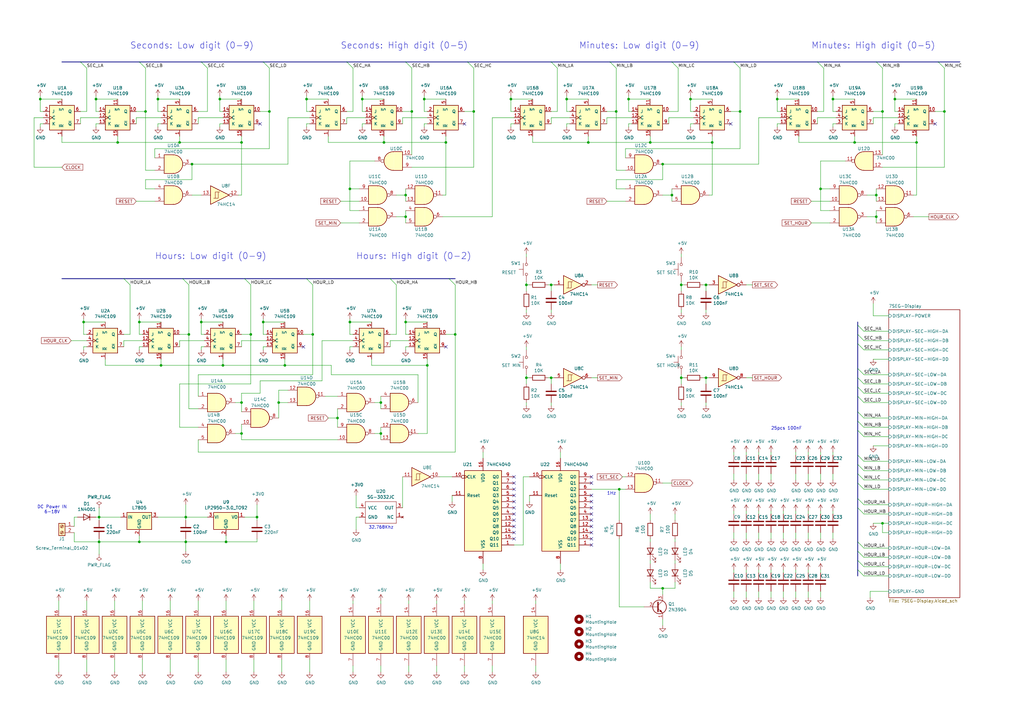
<source format=kicad_sch>
(kicad_sch (version 20211123) (generator eeschema)
  (paper "A3")
  (title_block (title "J-K Flip/Flip 24H Clock") (date "2020-05-17") (rev "V1.1") (comment 1 "Attila Csordás") (comment 2 "Contact: attila.csordas.78@gmail.com"))
  (junction (at 361.95 45.72))
  (junction (at 168.91 45.72))
  (junction (at 48.26 58.42))
  (junction (at 82.55 132.08))
  (junction (at 105.41 212.09))
  (junction (at 39.37 40.64))
  (junction (at 341.63 40.64))
  (junction (at 57.15 222.25))
  (junction (at 182.88 58.42))
  (junction (at 283.21 40.64))
  (junction (at 367.03 40.64))
  (junction (at 226.06 116.84))
  (junction (at 40.64 222.25))
  (junction (at 173.99 40.64))
  (junction (at 77.47 137.16))
  (junction (at 114.3 165.1))
  (junction (at 186.69 137.16))
  (junction (at 76.2 222.25))
  (junction (at 57.15 132.08))
  (junction (at 375.92 58.42))
  (junction (at 279.4 154.94))
  (junction (at 34.29 132.08))
  (junction (at 148.59 40.64))
  (junction (at 318.77 40.64))
  (junction (at 138.43 171.45))
  (junction (at 166.37 132.08))
  (junction (at 387.35 45.72))
  (junction (at 232.41 40.64))
  (junction (at 266.7 58.42))
  (junction (at 92.71 222.25))
  (junction (at 59.69 45.72))
  (junction (at 303.53 45.72))
  (junction (at 16.51 40.64))
  (junction (at 91.44 149.86))
  (junction (at 128.27 137.16))
  (junction (at 66.04 149.86))
  (junction (at 64.77 40.64))
  (junction (at 215.9 154.94))
  (junction (at 143.51 77.47))
  (junction (at 107.95 132.08))
  (junction (at 166.37 80.01))
  (junction (at 226.06 154.94))
  (junction (at 157.48 58.42))
  (junction (at 289.56 116.84))
  (junction (at 99.06 58.42))
  (junction (at 175.26 149.86))
  (junction (at 209.55 40.64))
  (junction (at 361.95 214.63))
  (junction (at 359.41 80.01))
  (junction (at 252.73 45.72))
  (junction (at 110.49 45.72))
  (junction (at 102.87 137.16))
  (junction (at 116.84 149.86))
  (junction (at 99.06 165.1))
  (junction (at 76.2 212.09))
  (junction (at 40.64 212.09))
  (junction (at 289.56 154.94))
  (junction (at 143.51 132.08))
  (junction (at 350.52 58.42))
  (junction (at 257.81 40.64))
  (junction (at 156.21 177.8))
  (junction (at 254 200.66))
  (junction (at 90.17 40.64))
  (junction (at 73.66 58.42))
  (junction (at 271.78 241.3))
  (junction (at 359.41 88.9))
  (junction (at 99.06 177.8))
  (junction (at 292.1 58.42))
  (junction (at 215.9 116.84))
  (junction (at 279.4 116.84))
  (junction (at 271.78 67.31))
  (junction (at 194.31 45.72))
  (junction (at 125.73 40.64))
  (junction (at 156.21 165.1))
  (junction (at 241.3 58.42))
  (junction (at 78.74 67.31))
  (junction (at 166.37 88.9))
  (junction (at 275.59 80.01))
  (junction (at 336.55 77.47))
  (no_connect (at 182.88 142.24))
  (no_connect (at 210.82 200.66))
  (no_connect (at 242.57 208.28))
  (no_connect (at 210.82 213.36))
  (no_connect (at 242.57 213.36))
  (no_connect (at 210.82 198.12))
  (no_connect (at 106.68 50.8))
  (no_connect (at 242.57 198.12))
  (no_connect (at 242.57 218.44))
  (no_connect (at 299.72 50.8))
  (no_connect (at 242.57 223.52))
  (no_connect (at 210.82 195.58))
  (no_connect (at 242.57 203.2))
  (no_connect (at 210.82 205.74))
  (no_connect (at 210.82 208.28))
  (no_connect (at 242.57 215.9))
  (no_connect (at 383.54 50.8))
  (no_connect (at 210.82 220.98))
  (no_connect (at 242.57 205.74))
  (no_connect (at 242.57 210.82))
  (no_connect (at 190.5 50.8))
  (no_connect (at 210.82 218.44))
  (no_connect (at 210.82 210.82))
  (no_connect (at 242.57 220.98))
  (no_connect (at 210.82 215.9))
  (no_connect (at 124.46 142.24))
  (no_connect (at 242.57 195.58))
  (no_connect (at 210.82 203.2))
  (bus_entry (at 160.02 114.3) (size 2.54 2.54))
  (bus_entry (at 107.95 25.4) (size 2.54 2.54))
  (bus_entry (at 351.79 151.13) (size 2.54 2.54))
  (bus_entry (at 351.79 172.72) (size 2.54 2.54))
  (bus_entry (at 351.79 162.56) (size 2.54 2.54))
  (bus_entry (at 351.79 140.97) (size 2.54 2.54))
  (bus_entry (at 359.41 25.4) (size 2.54 2.54))
  (bus_entry (at 275.59 25.4) (size 2.54 2.54))
  (bus_entry (at 142.24 25.4) (size 2.54 2.54))
  (bus_entry (at 384.81 25.4) (size 2.54 2.54))
  (bus_entry (at 351.79 168.91) (size 2.54 2.54))
  (bus_entry (at 57.15 25.4) (size 2.54 2.54))
  (bus_entry (at 125.73 114.3) (size 2.54 2.54))
  (bus_entry (at 74.93 114.3) (size 2.54 2.54))
  (bus_entry (at 351.79 194.31) (size 2.54 2.54))
  (bus_entry (at 351.79 222.25) (size 2.54 2.54))
  (bus_entry (at 300.99 25.4) (size 2.54 2.54))
  (bus_entry (at 226.06 25.4) (size 2.54 2.54))
  (bus_entry (at 82.55 25.4) (size 2.54 2.54))
  (bus_entry (at 351.79 190.5) (size 2.54 2.54))
  (bus_entry (at 100.33 114.3) (size 2.54 2.54))
  (bus_entry (at 351.79 233.68) (size 2.54 2.54))
  (bus_entry (at 351.79 204.47) (size 2.54 2.54))
  (bus_entry (at 351.79 229.87) (size 2.54 2.54))
  (bus_entry (at 33.02 25.4) (size 2.54 2.54))
  (bus_entry (at 351.79 158.75) (size 2.54 2.54))
  (bus_entry (at 351.79 133.35) (size 2.54 2.54))
  (bus_entry (at 351.79 208.28) (size 2.54 2.54))
  (bus_entry (at 351.79 226.06) (size 2.54 2.54))
  (bus_entry (at 250.19 25.4) (size 2.54 2.54))
  (bus_entry (at 50.8 114.3) (size 2.54 2.54))
  (bus_entry (at 351.79 186.69) (size 2.54 2.54))
  (bus_entry (at 166.37 25.4) (size 2.54 2.54))
  (bus_entry (at 351.79 198.12) (size 2.54 2.54))
  (bus_entry (at 335.28 25.4) (size 2.54 2.54))
  (bus_entry (at 351.79 154.94) (size 2.54 2.54))
  (bus_entry (at 351.79 137.16) (size 2.54 2.54))
  (bus_entry (at 351.79 176.53) (size 2.54 2.54))
  (bus_entry (at 191.77 25.4) (size 2.54 2.54))
  (bus_entry (at 184.15 114.3) (size 2.54 2.54))
  (wire (pts (xy 364.49 228.6) (xy 354.33 228.6)))
  (wire (pts (xy 76.2 212.09) (xy 76.2 213.36)))
  (wire (pts (xy 81.28 153.67) (xy 81.28 162.56)))
  (wire (pts (xy 48.26 58.42) (xy 48.26 55.88)))
  (wire (pts (xy 128.27 153.67) (xy 81.28 153.67)))
  (wire (pts (xy 16.51 40.64) (xy 16.51 45.72)))
  (wire (pts (xy 55.88 48.26) (xy 55.88 50.8)))
  (wire (pts (xy 364.49 143.51) (xy 354.33 143.51)))
  (wire (pts (xy 66.04 149.86) (xy 66.04 147.32)))
  (wire (pts (xy 342.9 48.26) (xy 335.28 48.26)))
  (wire (pts (xy 226.06 116.84) (xy 224.79 116.84)))
  (wire (pts (xy 341.63 185.42) (xy 341.63 186.69)))
  (wire (pts (xy 127 250.19) (xy 127 246.38)))
  (wire (pts (xy 364.49 236.22) (xy 354.33 236.22)))
  (wire (pts (xy 35.56 142.24) (xy 34.29 142.24)))
  (wire (pts (xy 106.68 156.21) (xy 106.68 161.29)))
  (wire (pts (xy 321.31 242.57) (xy 321.31 245.11)))
  (bus (pts (xy 226.06 25.4) (xy 250.19 25.4)))
  (wire (pts (xy 311.15 194.31) (xy 311.15 196.85)))
  (wire (pts (xy 13.97 68.58) (xy 13.97 48.26)))
  (wire (pts (xy 182.88 80.01) (xy 181.61 80.01)))
  (wire (pts (xy 375.92 55.88) (xy 375.92 58.42)))
  (wire (pts (xy 321.31 233.68) (xy 321.31 234.95)))
  (wire (pts (xy 173.99 50.8) (xy 173.99 52.07)))
  (wire (pts (xy 359.41 86.36) (xy 359.41 88.9)))
  (wire (pts (xy 233.68 50.8) (xy 232.41 50.8)))
  (wire (pts (xy 167.64 139.7) (xy 160.02 139.7)))
  (wire (pts (xy 186.69 116.84) (xy 186.69 137.16)))
  (bus (pts (xy 351.79 194.31) (xy 351.79 198.12)))
  (wire (pts (xy 99.06 165.1) (xy 99.06 168.91)))
  (wire (pts (xy 316.23 233.68) (xy 316.23 234.95)))
  (wire (pts (xy 340.36 82.55) (xy 332.74 82.55)))
  (wire (pts (xy 48.26 58.42) (xy 73.66 58.42)))
  (wire (pts (xy 157.48 58.42) (xy 157.48 55.88)))
  (wire (pts (xy 76.2 212.09) (xy 76.2 207.01)))
  (wire (pts (xy 276.86 229.87) (xy 276.86 231.14)))
  (wire (pts (xy 364.49 147.32) (xy 358.14 147.32)))
  (wire (pts (xy 318.77 40.64) (xy 318.77 45.72)))
  (wire (pts (xy 99.06 80.01) (xy 97.79 80.01)))
  (wire (pts (xy 279.4 165.1) (xy 279.4 166.37)))
  (wire (pts (xy 144.78 27.94) (xy 144.78 45.72)))
  (wire (pts (xy 364.49 193.04) (xy 354.33 193.04)))
  (wire (pts (xy 46.99 250.19) (xy 46.99 246.38)))
  (wire (pts (xy 144.78 142.24) (xy 143.51 142.24)))
  (wire (pts (xy 99.06 40.64) (xy 90.17 40.64)))
  (bus (pts (xy 335.28 25.4) (xy 359.41 25.4)))
  (wire (pts (xy 248.92 48.26) (xy 248.92 50.8)))
  (wire (pts (xy 110.49 27.94) (xy 110.49 45.72)))
  (bus (pts (xy 351.79 198.12) (xy 351.79 204.47)))
  (wire (pts (xy 256.54 60.96) (xy 256.54 64.77)))
  (wire (pts (xy 116.84 149.86) (xy 91.44 149.86)))
  (wire (pts (xy 284.48 48.26) (xy 274.32 48.26)))
  (wire (pts (xy 179.07 247.65) (xy 179.07 246.38)))
  (wire (pts (xy 77.47 137.16) (xy 77.47 167.64)))
  (wire (pts (xy 73.66 175.26) (xy 73.66 157.48)))
  (wire (pts (xy 316.23 242.57) (xy 316.23 245.11)))
  (wire (pts (xy 341.63 50.8) (xy 341.63 52.07)))
  (wire (pts (xy 81.28 45.72) (xy 85.09 45.72)))
  (wire (pts (xy 228.6 27.94) (xy 228.6 45.72)))
  (wire (pts (xy 156.21 162.56) (xy 156.21 165.1)))
  (wire (pts (xy 300.99 233.68) (xy 300.99 234.95)))
  (wire (pts (xy 374.65 88.9) (xy 381 88.9)))
  (wire (pts (xy 59.69 45.72) (xy 55.88 45.72)))
  (wire (pts (xy 49.53 212.09) (xy 40.64 212.09)))
  (wire (pts (xy 50.8 139.7) (xy 50.8 142.24)))
  (wire (pts (xy 110.49 45.72) (xy 106.68 45.72)))
  (wire (pts (xy 279.4 153.67) (xy 279.4 154.94)))
  (wire (pts (xy 256.54 77.47) (xy 252.73 77.47)))
  (wire (pts (xy 99.06 58.42) (xy 99.06 80.01)))
  (wire (pts (xy 66.04 149.86) (xy 91.44 149.86)))
  (wire (pts (xy 336.55 185.42) (xy 336.55 186.69)))
  (wire (pts (xy 156.21 175.26) (xy 156.21 177.8)))
  (wire (pts (xy 25.4 55.88) (xy 25.4 58.42)))
  (wire (pts (xy 364.49 175.26) (xy 354.33 175.26)))
  (wire (pts (xy 364.49 224.79) (xy 354.33 224.79)))
  (wire (pts (xy 346.71 66.04) (xy 336.55 66.04)))
  (wire (pts (xy 81.28 250.19) (xy 81.28 246.38)))
  (wire (pts (xy 153.67 66.04) (xy 143.51 66.04)))
  (wire (pts (xy 57.15 132.08) (xy 57.15 137.16)))
  (wire (pts (xy 364.49 196.85) (xy 354.33 196.85)))
  (wire (pts (xy 99.06 55.88) (xy 99.06 58.42)))
  (wire (pts (xy 138.43 180.34) (xy 99.06 180.34)))
  (bus (pts (xy 351.79 154.94) (xy 351.79 158.75)))
  (wire (pts (xy 292.1 55.88) (xy 292.1 58.42)))
  (wire (pts (xy 138.43 167.64) (xy 138.43 171.45)))
  (wire (pts (xy 279.4 142.24) (xy 279.4 143.51)))
  (wire (pts (xy 125.73 39.37) (xy 125.73 40.64)))
  (wire (pts (xy 16.51 50.8) (xy 16.51 52.07)))
  (wire (pts (xy 306.07 218.44) (xy 306.07 220.98)))
  (wire (pts (xy 57.15 222.25) (xy 57.15 219.71)))
  (wire (pts (xy 232.41 45.72) (xy 233.68 45.72)))
  (wire (pts (xy 375.92 80.01) (xy 375.92 58.42)))
  (wire (pts (xy 134.62 40.64) (xy 125.73 40.64)))
  (wire (pts (xy 361.95 27.94) (xy 361.95 45.72)))
  (wire (pts (xy 241.3 58.42) (xy 241.3 55.88)))
  (wire (pts (xy 326.39 185.42) (xy 326.39 186.69)))
  (wire (pts (xy 300.99 242.57) (xy 300.99 245.11)))
  (wire (pts (xy 152.4 149.86) (xy 175.26 149.86)))
  (wire (pts (xy 64.77 40.64) (xy 64.77 45.72)))
  (wire (pts (xy 283.21 39.37) (xy 283.21 40.64)))
  (wire (pts (xy 16.51 45.72) (xy 17.78 45.72)))
  (wire (pts (xy 321.31 209.55) (xy 321.31 210.82)))
  (wire (pts (xy 57.15 137.16) (xy 58.42 137.16)))
  (wire (pts (xy 375.92 40.64) (xy 367.03 40.64)))
  (wire (pts (xy 311.15 48.26) (xy 320.04 48.26)))
  (wire (pts (xy 160.02 139.7) (xy 160.02 142.24)))
  (wire (pts (xy 33.02 45.72) (xy 35.56 45.72)))
  (wire (pts (xy 241.3 58.42) (xy 266.7 58.42)))
  (wire (pts (xy 92.71 222.25) (xy 105.41 222.25)))
  (wire (pts (xy 190.5 45.72) (xy 194.31 45.72)))
  (wire (pts (xy 81.28 175.26) (xy 73.66 175.26)))
  (wire (pts (xy 78.74 67.31) (xy 78.74 73.66)))
  (wire (pts (xy 147.32 82.55) (xy 139.7 82.55)))
  (wire (pts (xy 229.87 231.14) (xy 229.87 233.68)))
  (wire (pts (xy 201.93 48.26) (xy 210.82 48.26)))
  (bus (pts (xy 160.02 114.3) (xy 184.15 114.3)))
  (wire (pts (xy 105.41 213.36) (xy 105.41 212.09)))
  (wire (pts (xy 168.91 45.72) (xy 165.1 45.72)))
  (bus (pts (xy 351.79 137.16) (xy 351.79 140.97)))
  (wire (pts (xy 226.06 165.1) (xy 226.06 166.37)))
  (wire (pts (xy 91.44 132.08) (xy 82.55 132.08)))
  (wire (pts (xy 292.1 40.64) (xy 283.21 40.64)))
  (wire (pts (xy 77.47 137.16) (xy 73.66 137.16)))
  (wire (pts (xy 83.82 139.7) (xy 73.66 139.7)))
  (wire (pts (xy 254 248.92) (xy 254 220.98)))
  (wire (pts (xy 259.08 50.8) (xy 257.81 50.8)))
  (wire (pts (xy 209.55 40.64) (xy 209.55 45.72)))
  (wire (pts (xy 59.69 77.47) (xy 59.69 73.66)))
  (wire (pts (xy 115.57 270.51) (xy 115.57 275.59)))
  (wire (pts (xy 279.4 116.84) (xy 280.67 116.84)))
  (wire (pts (xy 34.29 130.81) (xy 34.29 132.08)))
  (wire (pts (xy 76.2 220.98) (xy 76.2 222.25)))
  (wire (pts (xy 171.45 153.67) (xy 135.89 153.67)))
  (bus (pts (xy 275.59 25.4) (xy 300.99 25.4)))
  (wire (pts (xy 63.5 82.55) (xy 55.88 82.55)))
  (wire (pts (xy 40.64 208.28) (xy 40.64 212.09)))
  (wire (pts (xy 257.81 50.8) (xy 257.81 52.07)))
  (wire (pts (xy 107.95 142.24) (xy 107.95 143.51)))
  (bus (pts (xy 166.37 25.4) (xy 191.77 25.4)))
  (wire (pts (xy 321.31 218.44) (xy 321.31 220.98)))
  (wire (pts (xy 156.21 247.65) (xy 156.21 246.38)))
  (wire (pts (xy 340.36 77.47) (xy 336.55 77.47)))
  (wire (pts (xy 73.66 157.48) (xy 102.87 157.48)))
  (wire (pts (xy 57.15 142.24) (xy 57.15 143.51)))
  (wire (pts (xy 166.37 137.16) (xy 167.64 137.16)))
  (wire (pts (xy 30.48 222.25) (xy 40.64 222.25)))
  (wire (pts (xy 182.88 40.64) (xy 173.99 40.64)))
  (wire (pts (xy 31.75 212.09) (xy 30.48 212.09)))
  (wire (pts (xy 350.52 58.42) (xy 375.92 58.42)))
  (wire (pts (xy 127 270.51) (xy 127 275.59)))
  (wire (pts (xy 219.71 273.05) (xy 219.71 275.59)))
  (wire (pts (xy 226.06 154.94) (xy 224.79 154.94)))
  (wire (pts (xy 181.61 88.9) (xy 201.93 88.9)))
  (wire (pts (xy 271.78 67.31) (xy 271.78 73.66)))
  (wire (pts (xy 227.33 154.94) (xy 226.06 154.94)))
  (wire (pts (xy 166.37 132.08) (xy 166.37 137.16)))
  (wire (pts (xy 226.06 45.72) (xy 228.6 45.72)))
  (wire (pts (xy 252.73 45.72) (xy 248.92 45.72)))
  (wire (pts (xy 364.49 232.41) (xy 354.33 232.41)))
  (wire (pts (xy 166.37 130.81) (xy 166.37 132.08)))
  (wire (pts (xy 336.55 66.04) (xy 336.55 77.47)))
  (wire (pts (xy 147.32 212.09) (xy 146.05 212.09)))
  (wire (pts (xy 58.42 139.7) (xy 50.8 139.7)))
  (wire (pts (xy 350.52 58.42) (xy 350.52 55.88)))
  (wire (pts (xy 39.37 212.09) (xy 40.64 212.09)))
  (wire (pts (xy 128.27 116.84) (xy 128.27 137.16)))
  (wire (pts (xy 25.4 40.64) (xy 16.51 40.64)))
  (wire (pts (xy 53.34 116.84) (xy 53.34 137.16)))
  (wire (pts (xy 279.4 104.14) (xy 279.4 105.41)))
  (wire (pts (xy 127 50.8) (xy 125.73 50.8)))
  (wire (pts (xy 341.63 45.72) (xy 342.9 45.72)))
  (wire (pts (xy 91.44 147.32) (xy 91.44 149.86)))
  (wire (pts (xy 46.99 270.51) (xy 46.99 275.59)))
  (wire (pts (xy 167.64 273.05) (xy 167.64 275.59)))
  (wire (pts (xy 190.5 247.65) (xy 190.5 246.38)))
  (wire (pts (xy 66.04 132.08) (xy 57.15 132.08)))
  (wire (pts (xy 35.56 250.19) (xy 35.56 246.38)))
  (bus (pts (xy 351.79 162.56) (xy 351.79 168.91)))
  (wire (pts (xy 283.21 45.72) (xy 284.48 45.72)))
  (wire (pts (xy 335.28 45.72) (xy 337.82 45.72)))
  (wire (pts (xy 279.4 154.94) (xy 280.67 154.94)))
  (wire (pts (xy 162.56 80.01) (xy 166.37 80.01)))
  (wire (pts (xy 254 213.36) (xy 254 200.66)))
  (wire (pts (xy 364.49 129.54) (xy 358.14 129.54)))
  (bus (pts (xy 351.79 168.91) (xy 351.79 172.72)))
  (wire (pts (xy 354.33 135.89) (xy 364.49 135.89)))
  (wire (pts (xy 105.41 220.98) (xy 105.41 222.25)))
  (wire (pts (xy 266.7 241.3) (xy 271.78 241.3)))
  (wire (pts (xy 40.64 222.25) (xy 40.64 220.98)))
  (wire (pts (xy 210.82 223.52) (xy 214.63 223.52)))
  (wire (pts (xy 226.06 127) (xy 226.06 128.27)))
  (wire (pts (xy 59.69 27.94) (xy 59.69 45.72)))
  (wire (pts (xy 153.67 177.8) (xy 156.21 177.8)))
  (bus (pts (xy 351.79 133.35) (xy 351.79 137.16)))
  (wire (pts (xy 218.44 55.88) (xy 218.44 58.42)))
  (wire (pts (xy 279.4 115.57) (xy 279.4 116.84)))
  (wire (pts (xy 271.78 254) (xy 271.78 256.54)))
  (wire (pts (xy 148.59 45.72) (xy 149.86 45.72)))
  (wire (pts (xy 105.41 207.01) (xy 105.41 212.09)))
  (wire (pts (xy 147.32 86.36) (xy 143.51 86.36)))
  (wire (pts (xy 336.55 233.68) (xy 336.55 234.95)))
  (wire (pts (xy 90.17 39.37) (xy 90.17 40.64)))
  (wire (pts (xy 257.81 45.72) (xy 259.08 45.72)))
  (wire (pts (xy 142.24 45.72) (xy 144.78 45.72)))
  (wire (pts (xy 274.32 48.26) (xy 274.32 50.8)))
  (wire (pts (xy 342.9 50.8) (xy 341.63 50.8)))
  (bus (pts (xy 107.95 25.4) (xy 142.24 25.4)))
  (wire (pts (xy 271.78 243.84) (xy 271.78 241.3)))
  (wire (pts (xy 215.9 127) (xy 215.9 128.27)))
  (wire (pts (xy 99.06 180.34) (xy 99.06 177.8)))
  (wire (pts (xy 316.23 209.55) (xy 316.23 210.82)))
  (wire (pts (xy 311.15 218.44) (xy 311.15 220.98)))
  (wire (pts (xy 337.82 27.94) (xy 337.82 45.72)))
  (wire (pts (xy 336.55 209.55) (xy 336.55 210.82)))
  (wire (pts (xy 133.35 162.56) (xy 138.43 162.56)))
  (wire (pts (xy 292.1 80.01) (xy 290.83 80.01)))
  (wire (pts (xy 43.18 132.08) (xy 34.29 132.08)))
  (wire (pts (xy 275.59 198.12) (xy 271.78 198.12)))
  (wire (pts (xy 283.21 50.8) (xy 283.21 52.07)))
  (wire (pts (xy 303.53 45.72) (xy 299.72 45.72)))
  (wire (pts (xy 92.71 219.71) (xy 92.71 222.25)))
  (wire (pts (xy 303.53 45.72) (xy 303.53 60.96)))
  (wire (pts (xy 39.37 45.72) (xy 40.64 45.72)))
  (wire (pts (xy 279.4 157.48) (xy 279.4 154.94)))
  (wire (pts (xy 364.49 189.23) (xy 354.33 189.23)))
  (wire (pts (xy 168.91 27.94) (xy 168.91 45.72)))
  (wire (pts (xy 167.64 142.24) (xy 166.37 142.24)))
  (wire (pts (xy 171.45 165.1) (xy 171.45 153.67)))
  (wire (pts (xy 142.24 48.26) (xy 142.24 50.8)))
  (wire (pts (xy 82.55 132.08) (xy 82.55 137.16)))
  (bus (pts (xy 351.79 186.69) (xy 351.79 190.5)))
  (wire (pts (xy 25.4 58.42) (xy 48.26 58.42)))
  (wire (pts (xy 83.82 142.24) (xy 82.55 142.24)))
  (wire (pts (xy 358.14 48.26) (xy 358.14 50.8)))
  (wire (pts (xy 168.91 68.58) (xy 194.31 68.58)))
  (wire (pts (xy 229.87 185.42) (xy 229.87 187.96)))
  (wire (pts (xy 327.66 40.64) (xy 318.77 40.64)))
  (wire (pts (xy 326.39 209.55) (xy 326.39 210.82)))
  (wire (pts (xy 175.26 48.26) (xy 165.1 48.26)))
  (wire (pts (xy 58.42 142.24) (xy 57.15 142.24)))
  (wire (pts (xy 105.41 212.09) (xy 100.33 212.09)))
  (bus (pts (xy 351.79 226.06) (xy 351.79 229.87)))
  (wire (pts (xy 275.59 80.01) (xy 275.59 82.55)))
  (wire (pts (xy 311.15 233.68) (xy 311.15 234.95)))
  (wire (pts (xy 166.37 86.36) (xy 166.37 88.9)))
  (wire (pts (xy 257.81 40.64) (xy 257.81 45.72)))
  (wire (pts (xy 90.17 40.64) (xy 90.17 45.72)))
  (wire (pts (xy 226.06 157.48) (xy 226.06 154.94)))
  (wire (pts (xy 289.56 116.84) (xy 288.29 116.84)))
  (wire (pts (xy 279.4 127) (xy 279.4 128.27)))
  (bus (pts (xy 351.79 222.25) (xy 351.79 226.06)))
  (wire (pts (xy 256.54 195.58) (xy 255.27 195.58)))
  (bus (pts (xy 351.79 229.87) (xy 351.79 233.68)))
  (wire (pts (xy 300.99 185.42) (xy 300.99 186.69)))
  (bus (pts (xy 351.79 140.97) (xy 351.79 151.13)))
  (wire (pts (xy 318.77 39.37) (xy 318.77 40.64)))
  (wire (pts (xy 34.29 132.08) (xy 34.29 137.16)))
  (wire (pts (xy 259.08 48.26) (xy 248.92 48.26)))
  (wire (pts (xy 218.44 58.42) (xy 241.3 58.42)))
  (bus (pts (xy 125.73 114.3) (xy 160.02 114.3)))
  (wire (pts (xy 106.68 161.29) (xy 99.06 161.29)))
  (wire (pts (xy 162.56 88.9) (xy 166.37 88.9)))
  (bus (pts (xy 50.8 114.3) (xy 74.93 114.3)))
  (wire (pts (xy 326.39 233.68) (xy 326.39 234.95)))
  (wire (pts (xy 336.55 218.44) (xy 336.55 220.98)))
  (wire (pts (xy 182.88 80.01) (xy 182.88 58.42)))
  (wire (pts (xy 306.07 154.94) (xy 308.61 154.94)))
  (wire (pts (xy 143.51 66.04) (xy 143.51 77.47)))
  (wire (pts (xy 118.11 67.31) (xy 78.74 67.31)))
  (wire (pts (xy 364.49 214.63) (xy 361.95 214.63)))
  (wire (pts (xy 135.89 153.67) (xy 135.89 149.86)))
  (wire (pts (xy 336.55 86.36) (xy 336.55 77.47)))
  (wire (pts (xy 144.78 273.05) (xy 144.78 275.59)))
  (bus (pts (xy 82.55 25.4) (xy 107.95 25.4)))
  (wire (pts (xy 91.44 50.8) (xy 90.17 50.8)))
  (wire (pts (xy 99.06 139.7) (xy 99.06 142.24)))
  (wire (pts (xy 256.54 82.55) (xy 248.92 82.55)))
  (wire (pts (xy 290.83 154.94) (xy 289.56 154.94)))
  (wire (pts (xy 63.5 60.96) (xy 63.5 64.77)))
  (wire (pts (xy 81.28 185.42) (xy 186.69 185.42)))
  (bus (pts (xy 142.24 25.4) (xy 166.37 25.4)))
  (wire (pts (xy 266.7 238.76) (xy 266.7 241.3)))
  (wire (pts (xy 326.39 194.31) (xy 326.39 196.85)))
  (wire (pts (xy 316.23 185.42) (xy 316.23 186.69)))
  (wire (pts (xy 17.78 50.8) (xy 16.51 50.8)))
  (wire (pts (xy 215.9 116.84) (xy 217.17 116.84)))
  (wire (pts (xy 81.28 180.34) (xy 81.28 185.42)))
  (wire (pts (xy 35.56 27.94) (xy 35.56 45.72)))
  (wire (pts (xy 331.47 185.42) (xy 331.47 186.69)))
  (wire (pts (xy 318.77 50.8) (xy 318.77 52.07)))
  (wire (pts (xy 214.63 195.58) (xy 217.17 195.58)))
  (wire (pts (xy 179.07 273.05) (xy 179.07 275.59)))
  (wire (pts (xy 271.78 80.01) (xy 275.59 80.01)))
  (wire (pts (xy 201.93 273.05) (xy 201.93 275.59)))
  (wire (pts (xy 242.57 116.84) (xy 245.11 116.84)))
  (wire (pts (xy 166.37 88.9) (xy 166.37 91.44)))
  (wire (pts (xy 182.88 55.88) (xy 182.88 58.42)))
  (wire (pts (xy 256.54 69.85) (xy 252.73 69.85)))
  (wire (pts (xy 215.9 115.57) (xy 215.9 116.84)))
  (wire (pts (xy 354.33 161.29) (xy 364.49 161.29)))
  (wire (pts (xy 148.59 40.64) (xy 148.59 45.72)))
  (wire (pts (xy 336.55 242.57) (xy 336.55 245.11)))
  (wire (pts (xy 64.77 45.72) (xy 66.04 45.72)))
  (wire (pts (xy 364.49 179.07) (xy 354.33 179.07)))
  (wire (pts (xy 276.86 220.98) (xy 276.86 222.25)))
  (wire (pts (xy 276.86 210.82) (xy 276.86 213.36)))
  (bus (pts (xy 57.15 25.4) (xy 82.55 25.4)))
  (wire (pts (xy 368.3 48.26) (xy 358.14 48.26)))
  (wire (pts (xy 227.33 116.84) (xy 226.06 116.84)))
  (wire (pts (xy 40.64 222.25) (xy 40.64 227.33)))
  (wire (pts (xy 364.49 182.88) (xy 358.14 182.88)))
  (wire (pts (xy 364.49 139.7) (xy 354.33 139.7)))
  (wire (pts (xy 311.15 48.26) (xy 311.15 67.31)))
  (wire (pts (xy 134.62 58.42) (xy 157.48 58.42)))
  (wire (pts (xy 144.78 247.65) (xy 144.78 246.38)))
  (bus (pts (xy 184.15 114.3) (xy 186.69 114.3)))
  (wire (pts (xy 85.09 27.94) (xy 85.09 45.72)))
  (wire (pts (xy 367.03 40.64) (xy 367.03 45.72)))
  (wire (pts (xy 76.2 222.25) (xy 76.2 226.06)))
  (wire (pts (xy 30.48 212.09) (xy 30.48 215.9)))
  (wire (pts (xy 99.06 137.16) (xy 102.87 137.16)))
  (wire (pts (xy 64.77 39.37) (xy 64.77 40.64)))
  (wire (pts (xy 16.51 39.37) (xy 16.51 40.64)))
  (bus (pts (xy 351.79 158.75) (xy 351.79 162.56)))
  (wire (pts (xy 92.71 250.19) (xy 92.71 246.38)))
  (wire (pts (xy 125.73 45.72) (xy 127 45.72)))
  (wire (pts (xy 306.07 116.84) (xy 308.61 116.84)))
  (wire (pts (xy 341.63 218.44) (xy 341.63 220.98)))
  (wire (pts (xy 266.7 220.98) (xy 266.7 222.25)))
  (bus (pts (xy 351.79 151.13) (xy 351.79 154.94)))
  (wire (pts (xy 358.14 129.54) (xy 358.14 124.46)))
  (wire (pts (xy 331.47 209.55) (xy 331.47 210.82)))
  (wire (pts (xy 226.06 119.38) (xy 226.06 116.84)))
  (wire (pts (xy 361.95 68.58) (xy 387.35 68.58)))
  (wire (pts (xy 156.21 165.1) (xy 156.21 167.64)))
  (wire (pts (xy 289.56 127) (xy 289.56 128.27)))
  (wire (pts (xy 134.62 171.45) (xy 138.43 171.45)))
  (wire (pts (xy 198.12 231.14) (xy 198.12 233.68)))
  (wire (pts (xy 289.56 119.38) (xy 289.56 116.84)))
  (wire (pts (xy 232.41 39.37) (xy 232.41 40.64)))
  (bus (pts (xy 74.93 114.3) (xy 100.33 114.3)))
  (wire (pts (xy 146.05 208.28) (xy 147.32 208.28)))
  (wire (pts (xy 34.29 142.24) (xy 34.29 143.51)))
  (wire (pts (xy 361.95 218.44) (xy 361.95 214.63)))
  (wire (pts (xy 354.33 165.1) (xy 364.49 165.1)))
  (wire (pts (xy 361.95 45.72) (xy 361.95 63.5)))
  (wire (pts (xy 264.16 248.92) (xy 254 248.92)))
  (wire (pts (xy 185.42 195.58) (xy 180.34 195.58)))
  (wire (pts (xy 367.03 50.8) (xy 367.03 52.07)))
  (wire (pts (xy 335.28 48.26) (xy 335.28 50.8)))
  (wire (pts (xy 303.53 27.94) (xy 303.53 45.72)))
  (wire (pts (xy 306.07 209.55) (xy 306.07 210.82)))
  (wire (pts (xy 57.15 130.81) (xy 57.15 132.08)))
  (wire (pts (xy 242.57 154.94) (xy 245.11 154.94)))
  (wire (pts (xy 290.83 116.84) (xy 289.56 116.84)))
  (bus (pts (xy 33.02 25.4) (xy 57.15 25.4)))
  (wire (pts (xy 198.12 185.42) (xy 198.12 187.96)))
  (wire (pts (xy 215.9 154.94) (xy 217.17 154.94)))
  (wire (pts (xy 118.11 165.1) (xy 114.3 165.1)))
  (wire (pts (xy 82.55 130.81) (xy 82.55 132.08)))
  (bus (pts (xy 25.4 25.4) (xy 33.02 25.4)))
  (wire (pts (xy 289.56 165.1) (xy 289.56 166.37)))
  (wire (pts (xy 355.6 80.01) (xy 359.41 80.01)))
  (wire (pts (xy 215.9 153.67) (xy 215.9 154.94)))
  (wire (pts (xy 118.11 48.26) (xy 118.11 67.31)))
  (wire (pts (xy 340.36 86.36) (xy 336.55 86.36)))
  (wire (pts (xy 173.99 39.37) (xy 173.99 40.64)))
  (wire (pts (xy 359.41 80.01) (xy 359.41 82.55)))
  (wire (pts (xy 99.06 58.42) (xy 73.66 58.42)))
  (wire (pts (xy 186.69 185.42) (xy 186.69 137.16)))
  (bus (pts (xy 351.79 176.53) (xy 351.79 186.69)))
  (wire (pts (xy 58.42 250.19) (xy 58.42 246.38)))
  (wire (pts (xy 148.59 39.37) (xy 148.59 40.64)))
  (wire (pts (xy 34.29 137.16) (xy 35.56 137.16)))
  (wire (pts (xy 175.26 177.8) (xy 171.45 177.8)))
  (wire (pts (xy 168.91 45.72) (xy 168.91 63.5)))
  (wire (pts (xy 24.13 270.51) (xy 24.13 275.59)))
  (wire (pts (xy 116.84 132.08) (xy 107.95 132.08)))
  (wire (pts (xy 311.15 209.55) (xy 311.15 210.82)))
  (wire (pts (xy 107.95 137.16) (xy 109.22 137.16)))
  (wire (pts (xy 350.52 40.64) (xy 341.63 40.64)))
  (wire (pts (xy 25.4 68.58) (xy 13.97 68.58)))
  (wire (pts (xy 356.87 242.57) (xy 356.87 245.11)))
  (wire (pts (xy 143.51 132.08) (xy 143.51 137.16)))
  (wire (pts (xy 77.47 116.84) (xy 77.47 137.16)))
  (wire (pts (xy 252.73 73.66) (xy 271.78 73.66)))
  (wire (pts (xy 292.1 58.42) (xy 266.7 58.42)))
  (wire (pts (xy 215.9 104.14) (xy 215.9 105.41)))
  (wire (pts (xy 364.49 171.45) (xy 354.33 171.45)))
  (wire (pts (xy 78.74 80.01) (xy 82.55 80.01)))
  (wire (pts (xy 153.67 165.1) (xy 156.21 165.1)))
  (wire (pts (xy 73.66 139.7) (xy 73.66 142.24)))
  (wire (pts (xy 275.59 77.47) (xy 275.59 80.01)))
  (wire (pts (xy 331.47 233.68) (xy 331.47 234.95)))
  (wire (pts (xy 364.49 200.66) (xy 354.33 200.66)))
  (wire (pts (xy 387.35 68.58) (xy 387.35 45.72)))
  (wire (pts (xy 152.4 132.08) (xy 143.51 132.08)))
  (wire (pts (xy 99.06 177.8) (xy 96.52 177.8)))
  (wire (pts (xy 215.9 157.48) (xy 215.9 154.94)))
  (bus (pts (xy 250.19 25.4) (xy 275.59 25.4)))
  (wire (pts (xy 81.28 167.64) (xy 77.47 167.64)))
  (wire (pts (xy 241.3 40.64) (xy 232.41 40.64)))
  (wire (pts (xy 143.51 137.16) (xy 144.78 137.16)))
  (wire (pts (xy 209.55 50.8) (xy 209.55 52.07)))
  (wire (pts (xy 217.17 205.74) (xy 217.17 203.2)))
  (wire (pts (xy 254 200.66) (xy 242.57 200.66)))
  (wire (pts (xy 64.77 50.8) (xy 64.77 52.07)))
  (wire (pts (xy 175.26 149.86) (xy 175.26 147.32)))
  (wire (pts (xy 165.1 48.26) (xy 165.1 50.8)))
  (wire (pts (xy 201.93 247.65) (xy 201.93 246.38)))
  (wire (pts (xy 194.31 68.58) (xy 194.31 45.72)))
  (wire (pts (xy 367.03 45.72) (xy 368.3 45.72)))
  (wire (pts (xy 266.7 210.82) (xy 266.7 213.36)))
  (wire (pts (xy 167.64 247.65) (xy 167.64 246.38)))
  (wire (pts (xy 63.5 69.85) (xy 59.69 69.85)))
  (wire (pts (xy 359.41 88.9) (xy 359.41 91.44)))
  (wire (pts (xy 99.06 173.99) (xy 99.06 177.8)))
  (wire (pts (xy 102.87 116.84) (xy 102.87 137.16)))
  (wire (pts (xy 364.49 218.44) (xy 361.95 218.44)))
  (wire (pts (xy 69.85 250.19) (xy 69.85 246.38)))
  (wire (pts (xy 107.95 130.81) (xy 107.95 132.08)))
  (wire (pts (xy 157.48 40.64) (xy 148.59 40.64)))
  (wire (pts (xy 102.87 137.16) (xy 102.87 157.48)))
  (wire (pts (xy 157.48 58.42) (xy 182.88 58.42)))
  (wire (pts (xy 218.44 40.64) (xy 209.55 40.64)))
  (wire (pts (xy 109.22 139.7) (xy 99.06 139.7)))
  (wire (pts (xy 35.56 139.7) (xy 29.21 139.7)))
  (wire (pts (xy 233.68 48.26) (xy 226.06 48.26)))
  (wire (pts (xy 289.56 154.94) (xy 288.29 154.94)))
  (wire (pts (xy 364.49 242.57) (xy 356.87 242.57)))
  (wire (pts (xy 125.73 50.8) (xy 125.73 52.07)))
  (wire (pts (xy 156.21 177.8) (xy 156.21 180.34)))
  (wire (pts (xy 341.63 40.64) (xy 341.63 45.72)))
  (wire (pts (xy 326.39 218.44) (xy 326.39 220.98)))
  (wire (pts (xy 138.43 171.45) (xy 138.43 175.26)))
  (wire (pts (xy 107.95 132.08) (xy 107.95 137.16)))
  (wire (pts (xy 132.08 139.7) (xy 144.78 139.7)))
  (wire (pts (xy 252.73 69.85) (xy 252.73 45.72)))
  (wire (pts (xy 209.55 39.37) (xy 209.55 40.64)))
  (wire (pts (xy 300.99 218.44) (xy 300.99 220.98)))
  (wire (pts (xy 387.35 27.94) (xy 387.35 45.72)))
  (wire (pts (xy 354.33 153.67) (xy 364.49 153.67)))
  (bus (pts (xy 100.33 114.3) (xy 125.73 114.3)))
  (wire (pts (xy 81.28 48.26) (xy 81.28 50.8)))
  (wire (pts (xy 252.73 27.94) (xy 252.73 45.72)))
  (wire (pts (xy 327.66 58.42) (xy 350.52 58.42)))
  (bus (pts (xy 351.79 172.72) (xy 351.79 176.53)))
  (wire (pts (xy 190.5 273.05) (xy 190.5 275.59)))
  (wire (pts (xy 82.55 142.24) (xy 82.55 143.51)))
  (wire (pts (xy 66.04 48.26) (xy 55.88 48.26)))
  (wire (pts (xy 266.7 229.87) (xy 266.7 231.14)))
  (wire (pts (xy 214.63 223.52) (xy 214.63 195.58)))
  (wire (pts (xy 341.63 39.37) (xy 341.63 40.64)))
  (wire (pts (xy 274.32 45.72) (xy 278.13 45.72)))
  (wire (pts (xy 149.86 50.8) (xy 148.59 50.8)))
  (wire (pts (xy 320.04 50.8) (xy 318.77 50.8)))
  (wire (pts (xy 40.64 48.26) (xy 33.02 48.26)))
  (wire (pts (xy 226.06 48.26) (xy 226.06 50.8)))
  (wire (pts (xy 284.48 50.8) (xy 283.21 50.8)))
  (wire (pts (xy 160.02 137.16) (xy 162.56 137.16)))
  (wire (pts (xy 359.41 77.47) (xy 359.41 80.01)))
  (wire (pts (xy 257.81 39.37) (xy 257.81 40.64)))
  (wire (pts (xy 166.37 142.24) (xy 166.37 143.51)))
  (wire (pts (xy 266.7 40.64) (xy 257.81 40.64)))
  (wire (pts (xy 256.54 200.66) (xy 254 200.66)))
  (wire (pts (xy 148.59 50.8) (xy 148.59 52.07)))
  (wire (pts (xy 316.23 218.44) (xy 316.23 220.98)))
  (wire (pts (xy 232.41 40.64) (xy 232.41 45.72)))
  (wire (pts (xy 66.04 50.8) (xy 64.77 50.8)))
  (wire (pts (xy 76.2 222.25) (xy 57.15 222.25)))
  (wire (pts (xy 24.13 250.19) (xy 24.13 246.38)))
  (wire (pts (xy 110.49 60.96) (xy 63.5 60.96)))
  (wire (pts (xy 35.56 270.51) (xy 35.56 275.59)))
  (wire (pts (xy 311.15 185.42) (xy 311.15 186.69)))
  (bus (pts (xy 351.79 132.08) (xy 351.79 133.35)))
  (wire (pts (xy 135.89 149.86) (xy 116.84 149.86)))
  (wire (pts (xy 40.64 222.25) (xy 57.15 222.25)))
  (wire (pts (xy 152.4 147.32) (xy 152.4 149.86)))
  (wire (pts (xy 50.8 137.16) (xy 53.34 137.16)))
  (wire (pts (xy 215.9 165.1) (xy 215.9 166.37)))
  (wire (pts (xy 215.9 142.24) (xy 215.9 143.51)))
  (bus (pts (xy 351.79 204.47) (xy 351.79 208.28)))
  (wire (pts (xy 327.66 55.88) (xy 327.66 58.42)))
  (wire (pts (xy 143.51 130.81) (xy 143.51 132.08)))
  (wire (pts (xy 104.14 250.19) (xy 104.14 246.38)))
  (wire (pts (xy 271.78 241.3) (xy 276.86 241.3)))
  (wire (pts (xy 118.11 160.02) (xy 114.3 160.02)))
  (wire (pts (xy 58.42 270.51) (xy 58.42 275.59)))
  (bus (pts (xy 191.77 25.4) (xy 226.06 25.4)))
  (wire (pts (xy 92.71 270.51) (xy 92.71 275.59)))
  (wire (pts (xy 147.32 77.47) (xy 143.51 77.47)))
  (wire (pts (xy 116.84 147.32) (xy 116.84 149.86)))
  (wire (pts (xy 292.1 58.42) (xy 292.1 80.01)))
  (wire (pts (xy 364.49 207.01) (xy 354.33 207.01)))
  (wire (pts (xy 99.06 161.29) (xy 99.06 165.1)))
  (wire (pts (xy 361.95 214.63) (xy 358.14 214.63)))
  (wire (pts (xy 341.63 209.55) (xy 341.63 210.82)))
  (wire (pts (xy 175.26 132.08) (xy 166.37 132.08)))
  (wire (pts (xy 114.3 165.1) (xy 114.3 171.45)))
  (wire (pts (xy 128.27 137.16) (xy 124.46 137.16)))
  (bus (pts (xy 384.81 25.4) (xy 393.7 25.4)))
  (wire (pts (xy 63.5 77.47) (xy 59.69 77.47)))
  (wire (pts (xy 166.37 77.47) (xy 166.37 80.01)))
  (wire (pts (xy 303.53 60.96) (xy 256.54 60.96)))
  (wire (pts (xy 132.08 156.21) (xy 106.68 156.21)))
  (wire (pts (xy 306.07 242.57) (xy 306.07 245.11)))
  (wire (pts (xy 354.33 157.48) (xy 364.49 157.48)))
  (wire (pts (xy 367.03 39.37) (xy 367.03 40.64)))
  (wire (pts (xy 364.49 210.82) (xy 354.33 210.82)))
  (wire (pts (xy 73.66 40.64) (xy 64.77 40.64)))
  (wire (pts (xy 125.73 40.64) (xy 125.73 45.72)))
  (wire (pts (xy 252.73 77.47) (xy 252.73 73.66)))
  (wire (pts (xy 59.69 69.85) (xy 59.69 45.72)))
  (wire (pts (xy 331.47 194.31) (xy 331.47 196.85)))
  (wire (pts (xy 96.52 165.1) (xy 99.06 165.1)))
  (wire (pts (xy 104.14 270.51) (xy 104.14 275.59)))
  (wire (pts (xy 318.77 45.72) (xy 320.04 45.72)))
  (wire (pts (xy 40.64 50.8) (xy 39.37 50.8)))
  (wire (pts (xy 266.7 55.88) (xy 266.7 58.42)))
  (wire (pts (xy 331.47 242.57) (xy 331.47 245.11)))
  (wire (pts (xy 128.27 137.16) (xy 128.27 153.67)))
  (wire (pts (xy 279.4 119.38) (xy 279.4 116.84)))
  (wire (pts (xy 306.07 185.42) (xy 306.07 186.69)))
  (wire (pts (xy 289.56 157.48) (xy 289.56 154.94)))
  (wire (pts (xy 355.6 88.9) (xy 359.41 88.9)))
  (wire (pts (xy 81.28 270.51) (xy 81.28 275.59)))
  (wire (pts (xy 146.05 212.09) (xy 146.05 217.17)))
  (bus (pts (xy 351.79 233.68) (xy 351.79 236.22)))
  (wire (pts (xy 210.82 50.8) (xy 209.55 50.8)))
  (bus (pts (xy 351.79 190.5) (xy 351.79 194.31)))
  (wire (pts (xy 278.13 27.94) (xy 278.13 45.72)))
  (wire (pts (xy 173.99 40.64) (xy 173.99 45.72)))
  (wire (pts (xy 175.26 149.86) (xy 175.26 177.8)))
  (wire (pts (xy 76.2 212.09) (xy 85.09 212.09)))
  (wire (pts (xy 166.37 80.01) (xy 166.37 82.55)))
  (wire (pts (xy 149.86 48.26) (xy 142.24 48.26)))
  (wire (pts (xy 383.54 45.72) (xy 387.35 45.72)))
  (bus (pts (xy 351.79 208.28) (xy 351.79 222.25)))
  (wire (pts (xy 316.23 194.31) (xy 316.23 196.85)))
  (wire (pts (xy 156.21 273.05) (xy 156.21 275.59)))
  (wire (pts (xy 219.71 247.65) (xy 219.71 246.38)))
  (wire (pts (xy 69.85 270.51) (xy 69.85 275.59)))
  (wire (pts (xy 336.55 194.31) (xy 336.55 196.85)))
  (wire (pts (xy 73.66 55.88) (xy 73.66 58.42)))
  (wire (pts (xy 139.7 91.44) (xy 147.32 91.44)))
  (wire (pts (xy 186.69 137.16) (xy 182.88 137.16)))
  (wire (pts (xy 311.15 242.57) (xy 311.15 245.11)))
  (wire (pts (xy 39.37 50.8) (xy 39.37 52.07)))
  (wire (pts (xy 173.99 45.72) (xy 175.26 45.72)))
  (wire (pts (xy 13.97 48.26) (xy 17.78 48.26)))
  (wire (pts (xy 175.26 50.8) (xy 173.99 50.8)))
  (wire (pts (xy 114.3 160.02) (xy 114.3 165.1)))
  (wire (pts (xy 326.39 242.57) (xy 326.39 245.11)))
  (wire (pts (xy 132.08 139.7) (xy 132.08 156.21)))
  (wire (pts (xy 109.22 142.24) (xy 107.95 142.24)))
  (wire (pts (xy 40.64 212.09) (xy 40.64 213.36)))
  (wire (pts (xy 209.55 45.72) (xy 210.82 45.72)))
  (wire (pts (xy 165.1 195.58) (xy 165.1 208.28)))
  (wire (pts (xy 300.99 194.31) (xy 300.99 196.85)))
  (bus (pts (xy 300.99 25.4) (xy 335.28 25.4)))
  (wire (pts (xy 361.95 45.72) (xy 358.14 45.72)))
  (wire (pts (xy 332.74 91.44) (xy 340.36 91.44)))
  (wire (pts (xy 43.18 147.32) (xy 43.18 149.86)))
  (wire (pts (xy 162.56 116.84) (xy 162.56 137.16)))
  (wire (pts (xy 39.37 39.37) (xy 39.37 40.64)))
  (wire (pts (xy 115.57 250.19) (xy 115.57 246.38)))
  (wire (pts (xy 341.63 194.31) (xy 341.63 196.85)))
  (wire (pts (xy 368.3 50.8) (xy 367.03 50.8)))
  (wire (pts (xy 306.07 194.31) (xy 306.07 196.85)))
  (wire (pts (xy 201.93 88.9) (xy 201.93 48.26)))
  (wire (pts (xy 306.07 233.68) (xy 306.07 234.95)))
  (wire (pts (xy 76.2 222.25) (xy 92.71 222.25)))
  (wire (pts (xy 134.62 55.88) (xy 134.62 58.42)))
  (wire (pts (xy 33.02 48.26) (xy 33.02 50.8)))
  (wire (pts (xy 110.49 45.72) (xy 110.49 60.96)))
  (wire (pts (xy 90.17 45.72) (xy 91.44 45.72)))
  (wire (pts (xy 59.69 73.66) (xy 78.74 73.66)))
  (wire (pts (xy 118.11 48.26) (xy 127 48.26)))
  (wire (pts (xy 283.21 40.64) (xy 283.21 45.72)))
  (wire (pts (xy 311.15 67.31) (xy 271.78 67.31)))
  (wire (pts (xy 194.31 27.94) (xy 194.31 45.72)))
  (wire (pts (xy 76.2 212.09) (xy 64.77 212.09)))
  (wire (pts (xy 143.51 142.24) (xy 143.51 143.51)))
  (wire (pts (xy 30.48 222.25) (xy 30.48 218.44)))
  (wire (pts (xy 48.26 40.64) (xy 39.37 40.64)))
  (wire (pts (xy 146.05 203.2) (xy 146.05 208.28)))
  (bus (pts (xy 359.41 25.4) (xy 384.81 25.4)))
  (wire (pts (xy 82.55 137.16) (xy 83.82 137.16)))
  (wire (pts (xy 232.41 50.8) (xy 232.41 52.07)))
  (wire (pts (xy 143.51 86.36) (xy 143.51 77.47)))
  (wire (pts (xy 300.99 209.55) (xy 300.99 210.82)))
  (wire (pts (xy 331.47 218.44) (xy 331.47 220.98)))
  (wire (pts (xy 276.86 241.3) (xy 276.86 238.76)))
  (wire (pts (xy 91.44 48.26) (xy 81.28 48.26)))
  (wire (pts (xy 90.17 50.8) (xy 90.17 52.07)))
  (bus (pts (xy 25.4 114.3) (xy 50.8 114.3)))
  (wire (pts (xy 43.18 149.86) (xy 66.04 149.86)))
  (wire (pts (xy 375.92 80.01) (xy 374.65 80.01)))
  (wire (pts (xy 185.42 203.2) (xy 185.42 205.74)))
  (wire (pts (xy 39.37 40.64) (xy 39.37 45.72)))
  (wire (pts (xy 215.9 119.38) (xy 215.9 116.84)))
  (text "Hours: High digit (0-2)" (at 146.05 106.68 0) (effects (font (size 2.5908 2.5908)) (justify left bottom)))
  (text "Minutes: High digit (0-5)" (at 332.74 20.32 0) (effects (font (size 2.5908 2.5908)) (justify left bottom)))
  (text "Seconds: High digit (0-5)" (at 139.7 20.32 0) (effects (font (size 2.5908 2.5908)) (justify left bottom)))
  (text "1Hz" (at 248.92 203.2 0) (effects (font (size 1.27 1.27)) (justify left bottom)))
  (text "DC Power IN\n   6-18V" (at 15.24 210.82 0) (effects (font (size 1.27 1.27)) (justify left bottom)))
  (text "25pcs 100nF" (at 316.23 176.53 0) (effects (font (size 1.27 1.27)) (justify left bottom)))
  (text "Hours: Low digit (0-9)" (at 63.5 106.68 0) (effects (font (size 2.5908 2.5908)) (justify left bottom)))
  (text "32.768Khz" (at 151.13 217.17 0) (effects (font (size 1.27 1.27)) (justify left bottom)))
  (text "Seconds: Low digit (0-9)" (at 53.34 20.32 0) (effects (font (size 2.5908 2.5908)) (justify left bottom)))
  (text "Minutes: Low digit (0-9)" (at 237.49 20.32 0) (effects (font (size 2.5908 2.5908)) (justify left bottom)))
  (label "MIN_LC" (at 354.33 196.85 0))
  (label "HOUR_LB" (at 77.47 116.84 0))
  (label "HOUR_LC" (at 102.87 116.84 0))
  (label "SEC_HA" (at 144.78 27.94 0))
  (label "SEC_LA" (at 35.56 27.94 0))
  (label "HOUR_HB" (at 354.33 210.82 0))
  (label "MIN_LA" (at 228.6 27.94 0))
  (label "SEC_HB" (at 354.33 139.7 0))
  (label "MIN_HB" (at 354.33 175.26 0))
  (label "MIN_LC" (at 278.13 27.94 0))
  (label "SEC_LC" (at 85.09 27.94 0))
  (label "MIN_HB" (at 361.95 27.94 0))
  (label "MIN_LB" (at 354.33 193.04 0))
  (label "SEC_LB" (at 354.33 157.48 0))
  (label "SEC_LD" (at 354.33 165.1 0))
  (label "MIN_HC" (at 354.33 179.07 0))
  (label "HOUR_HA" (at 162.56 116.84 0))
  (label "MIN_HA" (at 354.33 171.45 0))
  (label "HOUR_HA" (at 354.33 207.01 0))
  (label "MIN_LD" (at 354.33 200.66 0))
  (label "HOUR_LD" (at 128.27 116.84 0))
  (label "MIN_LA" (at 354.33 189.23 0))
  (label "MIN_HC" (at 387.35 27.94 0))
  (label "SEC_LD" (at 110.49 27.94 0))
  (label "MIN_LB" (at 252.73 27.94 0))
  (label "SEC_LC" (at 354.33 161.29 0))
  (label "HOUR_LB" (at 354.33 228.6 0))
  (label "SEC_HC" (at 194.31 27.94 0))
  (label "HOUR_LC" (at 354.33 232.41 0))
  (label "MIN_HA" (at 337.82 27.94 0))
  (label "SEC_HC" (at 354.33 143.51 0))
  (label "SEC_HB" (at 168.91 27.94 0))
  (label "SEC_LB" (at 59.69 27.94 0))
  (label "MIN_LD" (at 303.53 27.94 0))
  (label "HOUR_HB" (at 186.69 116.84 0))
  (label "HOUR_LA" (at 53.34 116.84 0))
  (label "SEC_HA" (at 354.33 135.89 0))
  (label "HOUR_LD" (at 354.33 236.22 0))
  (label "SEC_LA" (at 354.33 153.67 0))
  (label "HOUR_LA" (at 354.33 224.79 0))
  (global_label "RESET" (shape output) (at 245.11 116.84 0) (property "Intersheet References" "${INTERSHEET_REFS}" (effects hide)))
  (global_label "SET_SEC" (shape output) (at 308.61 116.84 0) (property "Intersheet References" "${INTERSHEET_REFS}" (effects hide)))
  (global_label "RESET" (shape input) (at 134.62 171.45 180) (property "Intersheet References" "${INTERSHEET_REFS}" (effects hide)))
  (global_label "HOUR_CLK" (shape output) (at 381 88.9 0) (property "Intersheet References" "${INTERSHEET_REFS}" (effects hide)))
  (global_label "RESET" (shape input) (at 55.88 82.55 180) (property "Intersheet References" "${INTERSHEET_REFS}" (effects hide)))
  (global_label "RESET" (shape input) (at 332.74 82.55 180) (property "Intersheet References" "${INTERSHEET_REFS}" (effects hide)))
  (global_label "SET_MIN" (shape input) (at 139.7 91.44 180) (property "Intersheet References" "${INTERSHEET_REFS}" (effects hide)))
  (global_label "SET_SEC" (shape input) (at 255.27 195.58 180) (property "Intersheet References" "${INTERSHEET_REFS}" (effects hide)))
  (global_label "CLOCK" (shape input) (at 25.4 68.58 0) (property "Intersheet References" "${INTERSHEET_REFS}" (effects hide)))
  (global_label "CLOCK" (shape output) (at 275.59 198.12 0) (property "Intersheet References" "${INTERSHEET_REFS}" (effects hide)))
  (global_label "SET_MIN" (shape output) (at 245.11 154.94 0) (property "Intersheet References" "${INTERSHEET_REFS}" (effects hide)))
  (global_label "HOUR_CLK" (shape input) (at 29.21 139.7 180) (property "Intersheet References" "${INTERSHEET_REFS}" (effects hide)))
  (global_label "RESET" (shape input) (at 248.92 82.55 180) (property "Intersheet References" "${INTERSHEET_REFS}" (effects hide)))
  (global_label "SET_HOUR" (shape input) (at 332.74 91.44 180) (property "Intersheet References" "${INTERSHEET_REFS}" (effects hide)))
  (global_label "SET_HOUR" (shape output) (at 308.61 154.94 0) (property "Intersheet References" "${INTERSHEET_REFS}" (effects hide)))
  (global_label "RESET" (shape input) (at 139.7 82.55 180) (property "Intersheet References" "${INTERSHEET_REFS}" (effects hide)))
  (symbol (lib_id "74xx:74HC00") (at 71.12 80.01 0) (unit 2)
    (property "Reference" "U10" (at 71.12 72.39 0))
    (property "Value" "74HC00" (at 71.12 74.93 0))
    (property "Footprint" "Housings_DIP:DIP-14_W7.62mm" (effects hide))
    (property "Datasheet" "http://www.ti.com/lit/gpn/sn74hc00" (effects hide))
  )
  (symbol (lib_id "74xx:74HC00") (at 144.78 260.35 0) (unit 5)
    (property "Reference" "U10" (at 142.24 259.08 0) (effects (justify left)))
    (property "Value" "74HC00" (at 140.97 261.62 0) (effects (justify left)))
    (property "Footprint" "Housings_DIP:DIP-14_W7.62mm" (effects hide))
    (property "Datasheet" "http://www.ti.com/lit/gpn/sn74hc00" (effects hide))
  )
  (symbol (lib_id "Regulator_Linear:L7805") (at 57.15 212.09 0) (unit 1)
    (property "Reference" "U4" (at 57.15 205.9432 0))
    (property "Value" "L7805" (at 57.15 208.2546 0))
    (property "Footprint" "TO_SOT_Packages_THT:TO-220-3_Vertical" (effects hide))
    (property "Datasheet" "http://www.st.com/content/ccc/resource/technical/document/datasheet/41/4f/b3/b0/12/d4/47/88/CD00000444.pdf/files/CD00000444.pdf/jcr:content/translations/en.CD00000444.pdf" (effects hide))
  )
  (symbol (lib_id "Device:C") (at 40.64 217.17 0) (unit 1)
    (property "Reference" "C1" (at 43.561 216.0016 0) (effects (justify left)))
    (property "Value" "220nF" (at 43.561 218.313 0) (effects (justify left)))
    (property "Footprint" "Capacitors_THT:C_Disc_D5.1mm_W3.2mm_P5.00mm" (effects hide))
  )
  (symbol (lib_id "Device:C") (at 76.2 217.17 0) (unit 1)
    (property "Reference" "C2" (at 79.121 216.0016 0) (effects (justify left)))
    (property "Value" "100nF" (at 79.121 218.313 0) (effects (justify left)))
    (property "Footprint" "Capacitors_THT:C_Disc_D5.1mm_W3.2mm_P5.00mm" (effects hide))
  )
  (symbol (lib_id "power:+5V") (at 76.2 207.01 0) (unit 1)
    (property "Reference" "#PWR021" (effects hide))
    (property "Value" "+5V" (at 76.581 202.6158 0))
  )
  (symbol (lib_id "power:+5V") (at 24.13 246.38 0) (unit 1)
    (property "Reference" "#PWR03" (effects hide))
    (property "Value" "+5V" (at 24.511 241.9858 0))
  )
  (symbol (lib_id "power:+5V") (at 35.56 246.38 0) (unit 1)
    (property "Reference" "#PWR07" (effects hide))
    (property "Value" "+5V" (at 35.941 241.9858 0))
  )
  (symbol (lib_id "power:+5V") (at 144.78 246.38 0) (unit 1)
    (property "Reference" "#PWR044" (effects hide))
    (property "Value" "+5V" (at 145.161 241.9858 0))
  )
  (symbol (lib_id "power:GND") (at 24.13 275.59 0) (unit 1)
    (property "Reference" "#PWR04" (effects hide))
    (property "Value" "GND" (at 24.257 279.9842 0))
  )
  (symbol (lib_id "power:GND") (at 35.56 275.59 0) (unit 1)
    (property "Reference" "#PWR08" (effects hide))
    (property "Value" "GND" (at 35.687 279.9842 0))
  )
  (symbol (lib_id "power:GND") (at 144.78 275.59 0) (unit 1)
    (property "Reference" "#PWR045" (effects hide))
    (property "Value" "GND" (at 144.907 279.9842 0))
  )
  (symbol (lib_id "power:+5V") (at 16.51 39.37 0) (unit 1)
    (property "Reference" "#PWR01" (effects hide))
    (property "Value" "+5V" (at 16.891 34.9758 0))
  )
  (symbol (lib_id "power:+5V") (at 39.37 39.37 0) (unit 1)
    (property "Reference" "#PWR09" (effects hide))
    (property "Value" "+5V" (at 39.751 34.9758 0))
  )
  (symbol (lib_id "power:+5V") (at 64.77 39.37 0) (unit 1)
    (property "Reference" "#PWR017" (effects hide))
    (property "Value" "+5V" (at 65.151 34.9758 0))
  )
  (symbol (lib_id "power:+5V") (at 90.17 39.37 0) (unit 1)
    (property "Reference" "#PWR027" (effects hide))
    (property "Value" "+5V" (at 90.551 34.9758 0))
  )
  (symbol (lib_id "power:+5V") (at 125.73 39.37 0) (unit 1)
    (property "Reference" "#PWR038" (effects hide))
    (property "Value" "+5V" (at 126.111 34.9758 0))
  )
  (symbol (lib_id "power:+5V") (at 148.59 39.37 0) (unit 1)
    (property "Reference" "#PWR048" (effects hide))
    (property "Value" "+5V" (at 148.971 34.9758 0))
  )
  (symbol (lib_id "power:+5V") (at 173.99 39.37 0) (unit 1)
    (property "Reference" "#PWR056" (effects hide))
    (property "Value" "+5V" (at 174.371 34.9758 0))
  )
  (symbol (lib_id "JK-FLipFlop-24H-Clock-rescue:74LS109-74xx") (at 25.4 48.26 0) (unit 1)
    (property "Reference" "U1" (at 25.4 36.0426 0))
    (property "Value" "74HC109" (at 25.4 38.354 0))
    (property "Footprint" "Housings_DIP:DIP-16_W7.62mm" (effects hide))
    (property "Datasheet" "http://www.ti.com/lit/gpn/sn74LS109" (effects hide))
  )
  (symbol (lib_id "power:GND") (at 39.37 52.07 0) (unit 1)
    (property "Reference" "#PWR010" (effects hide))
    (property "Value" "GND" (at 39.497 56.4642 0))
  )
  (symbol (lib_id "JK-FLipFlop-24H-Clock-rescue:74LS109-74xx") (at 24.13 260.35 0) (unit 3)
    (property "Reference" "U1" (at 21.59 259.08 0) (effects (justify left)))
    (property "Value" "74HC109" (at 19.05 261.62 0) (effects (justify left)))
    (property "Footprint" "Housings_DIP:DIP-16_W7.62mm" (effects hide))
    (property "Datasheet" "http://www.ti.com/lit/gpn/sn74LS109" (effects hide))
  )
  (symbol (lib_id "JK-FLipFlop-24H-Clock-rescue:74LS109-74xx") (at 48.26 48.26 0) (unit 2)
    (property "Reference" "U1" (at 48.26 36.0426 0))
    (property "Value" "74HC109" (at 48.26 38.354 0))
    (property "Footprint" "Housings_DIP:DIP-16_W7.62mm" (effects hide))
    (property "Datasheet" "http://www.ti.com/lit/gpn/sn74LS109" (effects hide))
  )
  (symbol (lib_id "power:GND") (at 64.77 52.07 0) (unit 1)
    (property "Reference" "#PWR018" (effects hide))
    (property "Value" "GND" (at 64.897 56.4642 0))
  )
  (symbol (lib_id "power:GND") (at 90.17 52.07 0) (unit 1)
    (property "Reference" "#PWR028" (effects hide))
    (property "Value" "GND" (at 90.297 56.4642 0))
  )
  (symbol (lib_id "JK-FLipFlop-24H-Clock-rescue:74LS109-74xx") (at 73.66 48.26 0) (unit 1)
    (property "Reference" "U3" (at 73.66 36.0426 0))
    (property "Value" "74HC109" (at 73.66 38.354 0))
    (property "Footprint" "Housings_DIP:DIP-16_W7.62mm" (effects hide))
    (property "Datasheet" "http://www.ti.com/lit/gpn/sn74LS109" (effects hide))
  )
  (symbol (lib_id "power:GND") (at 125.73 52.07 0) (unit 1)
    (property "Reference" "#PWR039" (effects hide))
    (property "Value" "GND" (at 125.857 56.4642 0))
  )
  (symbol (lib_id "JK-FLipFlop-24H-Clock-rescue:74LS109-74xx") (at 99.06 48.26 0) (unit 2)
    (property "Reference" "U3" (at 99.06 36.0426 0))
    (property "Value" "74HC109" (at 99.06 38.354 0))
    (property "Footprint" "Housings_DIP:DIP-16_W7.62mm" (effects hide))
    (property "Datasheet" "http://www.ti.com/lit/gpn/sn74LS109" (effects hide))
  )
  (symbol (lib_id "74xx:74HC14") (at 234.95 116.84 0) (unit 1)
    (property "Reference" "U8" (at 237.49 113.03 0))
    (property "Value" "74HC14" (at 237.49 120.65 0))
    (property "Footprint" "Housings_DIP:DIP-14_W7.62mm" (effects hide))
    (property "Datasheet" "http://www.ti.com/lit/gpn/sn74HC14" (effects hide))
  )
  (symbol (lib_id "power:GND") (at 148.59 52.07 0) (unit 1)
    (property "Reference" "#PWR049" (effects hide))
    (property "Value" "GND" (at 148.717 56.4642 0))
  )
  (symbol (lib_id "74xx:74HC14") (at 172.72 195.58 0) (unit 5)
    (property "Reference" "U8" (at 175.26 191.77 0))
    (property "Value" "74HC14" (at 176.53 199.39 0))
    (property "Footprint" "Housings_DIP:DIP-14_W7.62mm" (effects hide))
    (property "Datasheet" "http://www.ti.com/lit/gpn/sn74HC14" (effects hide))
  )
  (symbol (lib_id "74xx:74HC14") (at 90.17 80.01 0) (unit 6)
    (property "Reference" "U8" (at 92.71 76.2 0))
    (property "Value" "74HC14" (at 92.71 83.82 0))
    (property "Footprint" "Housings_DIP:DIP-14_W7.62mm" (effects hide))
    (property "Datasheet" "http://www.ti.com/lit/gpn/sn74HC14" (effects hide))
  )
  (symbol (lib_id "74xx:74HC14") (at 219.71 260.35 0) (unit 7)
    (property "Reference" "U8" (at 217.17 259.08 0) (effects (justify left)))
    (property "Value" "74HC14" (at 215.9 261.62 0) (effects (justify left)))
    (property "Footprint" "Housings_DIP:DIP-14_W7.62mm" (effects hide))
    (property "Datasheet" "http://www.ti.com/lit/gpn/sn74HC14" (effects hide))
  )
  (symbol (lib_id "JK-FLipFlop-24H-Clock-rescue:74LS109-74xx") (at 134.62 48.26 0) (unit 1)
    (property "Reference" "U6" (at 134.62 36.0426 0))
    (property "Value" "74HC109" (at 134.62 38.354 0))
    (property "Footprint" "Housings_DIP:DIP-16_W7.62mm" (effects hide))
    (property "Datasheet" "http://www.ti.com/lit/gpn/sn74LS109" (effects hide))
  )
  (symbol (lib_id "Device:C") (at 226.06 123.19 0) (unit 1)
    (property "Reference" "C4" (at 228.981 122.0216 0) (effects (justify left)))
    (property "Value" "100nF" (at 228.981 124.333 0) (effects (justify left)))
    (property "Footprint" "Capacitors_THT:C_Disc_D5.1mm_W3.2mm_P5.00mm" (effects hide))
  )
  (symbol (lib_id "power:GND") (at 173.99 52.07 0) (unit 1)
    (property "Reference" "#PWR057" (effects hide))
    (property "Value" "GND" (at 174.117 56.4642 0))
  )
  (symbol (lib_id "JK-FLipFlop-24H-Clock-rescue:74LS109-74xx") (at 157.48 48.26 0) (unit 2)
    (property "Reference" "U6" (at 157.48 36.0426 0))
    (property "Value" "74HC109" (at 157.48 38.354 0))
    (property "Footprint" "Housings_DIP:DIP-16_W7.62mm" (effects hide))
    (property "Datasheet" "http://www.ti.com/lit/gpn/sn74LS109" (effects hide))
  )
  (symbol (lib_id "power:GND") (at 209.55 52.07 0) (unit 1)
    (property "Reference" "#PWR068" (effects hide))
    (property "Value" "GND" (at 209.677 56.4642 0))
  )
  (symbol (lib_id "Device:R") (at 215.9 123.19 0) (unit 1)
    (property "Reference" "R1" (at 217.678 122.0216 0) (effects (justify left)))
    (property "Value" "10K" (at 217.678 124.333 0) (effects (justify left)))
    (property "Footprint" "Resistors_THT:R_Axial_DIN0204_L3.6mm_D1.6mm_P5.08mm_Horizontal" (effects hide))
  )
  (symbol (lib_id "Device:R") (at 220.98 116.84 90) (unit 1)
    (property "Reference" "R3" (at 220.98 111.5822 90))
    (property "Value" "10K" (at 220.98 113.8936 90))
    (property "Footprint" "Resistors_THT:R_Axial_DIN0204_L3.6mm_D1.6mm_P5.08mm_Horizontal" (effects hide))
  )
  (symbol (lib_id "power:GND") (at 232.41 52.07 0) (unit 1)
    (property "Reference" "#PWR079" (effects hide))
    (property "Value" "GND" (at 232.537 56.4642 0))
  )
  (symbol (lib_id "JK-FLipFlop-24H-Clock-rescue:74LS109-74xx") (at 182.88 48.26 0) (unit 1)
    (property "Reference" "U16" (at 182.88 36.0426 0))
    (property "Value" "74HC109" (at 182.88 38.354 0))
    (property "Footprint" "Housings_DIP:DIP-16_W7.62mm" (effects hide))
    (property "Datasheet" "http://www.ti.com/lit/gpn/sn74LS109" (effects hide))
  )
  (symbol (lib_id "power:GND") (at 257.81 52.07 0) (unit 1)
    (property "Reference" "#PWR083" (effects hide))
    (property "Value" "GND" (at 257.937 56.4642 0))
  )
  (symbol (lib_id "power:+5V") (at 209.55 39.37 0) (unit 1)
    (property "Reference" "#PWR067" (effects hide))
    (property "Value" "+5V" (at 209.931 34.9758 0))
  )
  (symbol (lib_id "power:+5V") (at 232.41 39.37 0) (unit 1)
    (property "Reference" "#PWR078" (effects hide))
    (property "Value" "+5V" (at 232.791 34.9758 0))
  )
  (symbol (lib_id "power:+5V") (at 257.81 39.37 0) (unit 1)
    (property "Reference" "#PWR082" (effects hide))
    (property "Value" "+5V" (at 258.191 34.9758 0))
  )
  (symbol (lib_id "power:+5V") (at 283.21 39.37 0) (unit 1)
    (property "Reference" "#PWR091" (effects hide))
    (property "Value" "+5V" (at 283.591 34.9758 0))
  )
  (symbol (lib_id "power:+5V") (at 318.77 39.37 0) (unit 1)
    (property "Reference" "#PWR0119" (effects hide))
    (property "Value" "+5V" (at 319.151 34.9758 0))
  )
  (symbol (lib_id "power:+5V") (at 341.63 39.37 0) (unit 1)
    (property "Reference" "#PWR0145" (effects hide))
    (property "Value" "+5V" (at 342.011 34.9758 0))
  )
  (symbol (lib_id "power:+5V") (at 367.03 39.37 0) (unit 1)
    (property "Reference" "#PWR0156" (effects hide))
    (property "Value" "+5V" (at 367.411 34.9758 0))
  )
  (symbol (lib_id "JK-FLipFlop-24H-Clock-rescue:74LS109-74xx") (at 218.44 48.26 0) (unit 2)
    (property "Reference" "U16" (at 218.44 36.0426 0))
    (property "Value" "74HC109" (at 218.44 38.354 0))
    (property "Footprint" "Housings_DIP:DIP-16_W7.62mm" (effects hide))
    (property "Datasheet" "http://www.ti.com/lit/gpn/sn74LS109" (effects hide))
  )
  (symbol (lib_id "power:GND") (at 283.21 52.07 0) (unit 1)
    (property "Reference" "#PWR092" (effects hide))
    (property "Value" "GND" (at 283.337 56.4642 0))
  )
  (symbol (lib_id "JK-FLipFlop-24H-Clock-rescue:74LS109-74xx") (at 241.3 48.26 0) (unit 1)
    (property "Reference" "U17" (at 241.3 36.0426 0))
    (property "Value" "74HC109" (at 241.3 38.354 0))
    (property "Footprint" "Housings_DIP:DIP-16_W7.62mm" (effects hide))
    (property "Datasheet" "http://www.ti.com/lit/gpn/sn74LS109" (effects hide))
  )
  (symbol (lib_id "power:GND") (at 318.77 52.07 0) (unit 1)
    (property "Reference" "#PWR0120" (effects hide))
    (property "Value" "GND" (at 318.897 56.4642 0))
  )
  (symbol (lib_id "4xxx:4040") (at 198.12 208.28 0) (unit 1)
    (property "Reference" "U21" (at 191.77 190.5 0))
    (property "Value" "74HC4040" (at 204.47 190.5 0))
    (property "Footprint" "Housings_DIP:DIP-16_W7.62mm" (effects hide))
    (property "Datasheet" "http://www.intersil.com/content/dam/Intersil/documents/cd40/cd4020bms-24bms-40bms.pdf" (effects hide))
  )
  (symbol (lib_id "JK-FlipFlop-24H-Clock_custom_components:SG-3032JC") (at 156.21 210.82 0) (unit 1)
    (property "Reference" "U20" (at 156.21 201.549 0))
    (property "Value" "SG-3032JC" (at 156.21 203.8604 0))
    (property "Footprint" "JK-FlipFlop-24H-custom_components:SG-3030JC" (effects hide))
  )
  (symbol (lib_id "power:GND") (at 341.63 52.07 0) (unit 1)
    (property "Reference" "#PWR0146" (effects hide))
    (property "Value" "GND" (at 341.757 56.4642 0))
  )
  (symbol (lib_id "JK-FLipFlop-24H-Clock-rescue:74LS109-74xx") (at 266.7 48.26 0) (unit 2)
    (property "Reference" "U17" (at 266.7 36.0426 0))
    (property "Value" "74HC109" (at 266.7 38.354 0))
    (property "Footprint" "Housings_DIP:DIP-16_W7.62mm" (effects hide))
    (property "Datasheet" "http://www.ti.com/lit/gpn/sn74LS109" (effects hide))
  )
  (symbol (lib_id "Regulator_Linear:LP2950-3.0_TO92") (at 92.71 212.09 0) (unit 1)
    (property "Reference" "U9" (at 92.71 205.9432 0))
    (property "Value" "LP2950-3.0_TO92" (at 92.71 208.2546 0))
    (property "Footprint" "TO_SOT_Packages_THT:TO-92_Inline_Wide" (effects hide))
    (property "Datasheet" "http://www.ti.com/lit/ds/symlink/lp2950-n.pdf" (effects hide))
  )
  (symbol (lib_id "power:+5V") (at 46.99 246.38 0) (unit 1)
    (property "Reference" "#PWR011" (effects hide))
    (property "Value" "+5V" (at 47.371 241.9858 0))
  )
  (symbol (lib_id "power:+5V") (at 58.42 246.38 0) (unit 1)
    (property "Reference" "#PWR015" (effects hide))
    (property "Value" "+5V" (at 58.801 241.9858 0))
  )
  (symbol (lib_id "power:GND") (at 46.99 275.59 0) (unit 1)
    (property "Reference" "#PWR012" (effects hide))
    (property "Value" "GND" (at 47.117 279.9842 0))
  )
  (symbol (lib_id "power:GND") (at 58.42 275.59 0) (unit 1)
    (property "Reference" "#PWR016" (effects hide))
    (property "Value" "GND" (at 58.547 279.9842 0))
  )
  (symbol (lib_id "power:GND") (at 367.03 52.07 0) (unit 1)
    (property "Reference" "#PWR0157" (effects hide))
    (property "Value" "GND" (at 367.157 56.4642 0))
  )
  (symbol (lib_id "JK-FLipFlop-24H-Clock-rescue:74LS109-74xx") (at 292.1 48.26 0) (unit 1)
    (property "Reference" "U18" (at 292.1 36.0426 0))
    (property "Value" "74HC109" (at 292.1 38.354 0))
    (property "Footprint" "Housings_DIP:DIP-16_W7.62mm" (effects hide))
    (property "Datasheet" "http://www.ti.com/lit/gpn/sn74LS109" (effects hide))
  )
  (symbol (lib_id "74xx:74HC00") (at 106.68 171.45 0) (unit 3)
    (property "Reference" "U14" (at 106.68 163.83 0))
    (property "Value" "74HC00" (at 106.68 166.37 0))
    (property "Footprint" "Housings_DIP:DIP-14_W7.62mm" (effects hide))
    (property "Datasheet" "http://www.ti.com/lit/gpn/sn74hc00" (effects hide))
  )
  (symbol (lib_id "power:GND") (at 16.51 52.07 0) (unit 1)
    (property "Reference" "#PWR02" (effects hide))
    (property "Value" "GND" (at 16.637 56.4642 0))
  )
  (symbol (lib_id "4xxx:4040") (at 229.87 208.28 0) (unit 1)
    (property "Reference" "U22" (at 223.52 190.5 0))
    (property "Value" "74HC4040" (at 236.22 190.5 0))
    (property "Footprint" "Housings_DIP:DIP-16_W7.62mm" (effects hide))
    (property "Datasheet" "http://www.intersil.com/content/dam/Intersil/documents/cd40/cd4020bms-24bms-40bms.pdf" (effects hide))
  )
  (symbol (lib_id "Device:LED") (at 266.7 226.06 90) (unit 1)
    (property "Reference" "D2" (at 273.177 226.2378 0))
    (property "Value" "LED" (at 270.8656 226.2378 0))
    (property "Footprint" "LEDs:LED_D3.0mm" (effects hide))
  )
  (symbol (lib_id "JK-FLipFlop-24H-Clock-rescue:74LS109-74xx") (at 327.66 48.26 0) (unit 2)
    (property "Reference" "U18" (at 327.66 36.0426 0))
    (property "Value" "74HC109" (at 327.66 38.354 0))
    (property "Footprint" "Housings_DIP:DIP-16_W7.62mm" (effects hide))
    (property "Datasheet" "http://www.ti.com/lit/gpn/sn74LS109" (effects hide))
  )
  (symbol (lib_id "Transistor_BJT:2N3904") (at 269.24 248.92 0) (unit 1)
    (property "Reference" "Q1" (at 274.066 247.7516 0) (effects (justify left)))
    (property "Value" "2N3904" (at 274.066 250.063 0) (effects (justify left)))
    (property "Footprint" "TO_SOT_Packages_THT:TO-92_Inline_Wide" (effects hide))
    (property "Datasheet" "https://www.fairchildsemi.com/datasheets/2N/2N3904.pdf" (effects hide))
  )
  (symbol (lib_id "power:GND") (at 34.29 143.51 0) (unit 1)
    (property "Reference" "#PWR06" (effects hide))
    (property "Value" "GND" (at 34.417 147.9042 0))
  )
  (symbol (lib_id "JK-FLipFlop-24H-Clock-rescue:74LS109-74xx") (at 350.52 48.26 0) (unit 1)
    (property "Reference" "U19" (at 350.52 36.0426 0))
    (property "Value" "74HC109" (at 350.52 38.354 0))
    (property "Footprint" "Housings_DIP:DIP-16_W7.62mm" (effects hide))
    (property "Datasheet" "http://www.ti.com/lit/gpn/sn74LS109" (effects hide))
  )
  (symbol (lib_id "power:GND") (at 57.15 143.51 0) (unit 1)
    (property "Reference" "#PWR014" (effects hide))
    (property "Value" "GND" (at 57.277 147.9042 0))
  )
  (symbol (lib_id "power:+5V") (at 69.85 246.38 0) (unit 1)
    (property "Reference" "#PWR019" (effects hide))
    (property "Value" "+5V" (at 70.231 241.9858 0))
  )
  (symbol (lib_id "power:+5V") (at 81.28 246.38 0) (unit 1)
    (property "Reference" "#PWR023" (effects hide))
    (property "Value" "+5V" (at 81.661 241.9858 0))
  )
  (symbol (lib_id "power:GND") (at 69.85 275.59 0) (unit 1)
    (property "Reference" "#PWR020" (effects hide))
    (property "Value" "GND" (at 69.977 279.9842 0))
  )
  (symbol (lib_id "power:GND") (at 81.28 275.59 0) (unit 1)
    (property "Reference" "#PWR024" (effects hide))
    (property "Value" "GND" (at 81.407 279.9842 0))
  )
  (symbol (lib_id "power:+5V") (at 92.71 246.38 0) (unit 1)
    (property "Reference" "#PWR029" (effects hide))
    (property "Value" "+5V" (at 93.091 241.9858 0))
  )
  (symbol (lib_id "power:GND") (at 92.71 275.59 0) (unit 1)
    (property "Reference" "#PWR030" (effects hide))
    (property "Value" "GND" (at 92.837 279.9842 0))
  )
  (symbol (lib_id "power:GND") (at 82.55 143.51 0) (unit 1)
    (property "Reference" "#PWR026" (effects hide))
    (property "Value" "GND" (at 82.677 147.9042 0))
  )
  (symbol (lib_id "JK-FLipFlop-24H-Clock-rescue:74LS109-74xx") (at 375.92 48.26 0) (unit 2)
    (property "Reference" "U19" (at 375.92 36.0426 0))
    (property "Value" "74HC109" (at 375.92 38.354 0))
    (property "Footprint" "Housings_DIP:DIP-16_W7.62mm" (effects hide))
    (property "Datasheet" "http://www.ti.com/lit/gpn/sn74LS109" (effects hide))
  )
  (symbol (lib_id "power:GND") (at 107.95 143.51 0) (unit 1)
    (property "Reference" "#PWR035" (effects hide))
    (property "Value" "GND" (at 108.077 147.9042 0))
  )
  (symbol (lib_id "Device:LED") (at 266.7 234.95 90) (unit 1)
    (property "Reference" "D3" (at 273.177 235.1278 0))
    (property "Value" "LED" (at 270.8656 235.1278 0))
    (property "Footprint" "LEDs:LED_D3.0mm" (effects hide))
  )
  (symbol (lib_id "JK-FLipFlop-24H-Clock-rescue:74LS109-74xx") (at 43.18 139.7 0) (unit 1)
    (property "Reference" "U2" (at 43.18 127.4826 0))
    (property "Value" "74HC109" (at 43.18 129.794 0))
    (property "Footprint" "Housings_DIP:DIP-16_W7.62mm" (effects hide))
    (property "Datasheet" "http://www.ti.com/lit/gpn/sn74LS109" (effects hide))
  )
  (symbol (lib_id "74xx:74HC00") (at 156.21 260.35 0) (unit 5)
    (property "Reference" "U11" (at 153.67 259.08 0) (effects (justify left)))
    (property "Value" "74HC00" (at 152.4 261.62 0) (effects (justify left)))
    (property "Footprint" "Housings_DIP:DIP-14_W7.62mm" (effects hide))
    (property "Datasheet" "http://www.ti.com/lit/gpn/sn74hc00" (effects hide))
  )
  (symbol (lib_id "power:+5V") (at 156.21 246.38 0) (unit 1)
    (property "Reference" "#PWR050" (effects hide))
    (property "Value" "+5V" (at 156.591 241.9858 0))
  )
  (symbol (lib_id "power:GND") (at 156.21 275.59 0) (unit 1)
    (property "Reference" "#PWR051" (effects hide))
    (property "Value" "GND" (at 156.337 279.9842 0))
  )
  (symbol (lib_id "power:+5V") (at 198.12 185.42 0) (unit 1)
    (property "Reference" "#PWR063" (effects hide))
    (property "Value" "+5V" (at 198.501 181.0258 0))
  )
  (symbol (lib_id "power:GND") (at 143.51 143.51 0) (unit 1)
    (property "Reference" "#PWR043" (effects hide))
    (property "Value" "GND" (at 143.637 147.9042 0))
  )
  (symbol (lib_id "JK-FLipFlop-24H-Clock-rescue:74LS109-74xx") (at 66.04 139.7 0) (unit 2)
    (property "Reference" "U2" (at 66.04 127.4826 0))
    (property "Value" "74HC109" (at 66.04 129.794 0))
    (property "Footprint" "Housings_DIP:DIP-16_W7.62mm" (effects hide))
    (property "Datasheet" "http://www.ti.com/lit/gpn/sn74LS109" (effects hide))
  )
  (symbol (lib_id "power:GND") (at 166.37 143.51 0) (unit 1)
    (property "Reference" "#PWR053" (effects hide))
    (property "Value" "GND" (at 166.497 147.9042 0))
  )
  (symbol (lib_id "power:+3V0") (at 105.41 207.01 0) (unit 1)
    (property "Reference" "#PWR033" (effects hide))
    (property "Value" "+3V0" (at 105.791 202.6158 0))
  )
  (symbol (lib_id "Device:C") (at 105.41 217.17 0) (unit 1)
    (property "Reference" "C3" (at 108.331 216.0016 0) (effects (justify left)))
    (property "Value" "220nF" (at 108.331 218.313 0) (effects (justify left)))
    (property "Footprint" "Capacitors_THT:C_Disc_D5.1mm_W3.2mm_P5.00mm" (effects hide))
  )
  (symbol (lib_id "JK-FLipFlop-24H-Clock-rescue:74LS109-74xx") (at 91.44 139.7 0) (unit 1)
    (property "Reference" "U5" (at 91.44 127.4826 0))
    (property "Value" "74HC109" (at 91.44 129.794 0))
    (property "Footprint" "Housings_DIP:DIP-16_W7.62mm" (effects hide))
    (property "Datasheet" "http://www.ti.com/lit/gpn/sn74LS109" (effects hide))
  )
  (symbol (lib_id "Device:LED") (at 276.86 226.06 90) (unit 1)
    (property "Reference" "D4" (at 283.337 226.2378 0))
    (property "Value" "LED" (at 281.0256 226.2378 0))
    (property "Footprint" "LEDs:LED_D3.0mm" (effects hide))
  )
  (symbol (lib_id "power:+5V") (at 229.87 185.42 0) (unit 1)
    (property "Reference" "#PWR076" (effects hide))
    (property "Value" "+5V" (at 230.251 181.0258 0))
  )
  (symbol (lib_id "JK-FLipFlop-24H-Clock-rescue:74LS109-74xx") (at 116.84 139.7 0) (unit 2)
    (property "Reference" "U5" (at 116.84 127.4826 0))
    (property "Value" "74HC109" (at 116.84 129.794 0))
    (property "Footprint" "Housings_DIP:DIP-16_W7.62mm" (effects hide))
    (property "Datasheet" "http://www.ti.com/lit/gpn/sn74LS109" (effects hide))
  )
  (symbol (lib_id "Mechanical:MountingHole") (at 237.49 254 0) (unit 1)
    (property "Reference" "H1" (at 240.03 252.8316 0) (effects (justify left)))
    (property "Value" "MountingHole" (at 240.03 255.143 0) (effects (justify left)))
    (property "Footprint" "Mounting_Holes:MountingHole_2.2mm_M2" (effects hide))
  )
  (symbol (lib_id "Mechanical:MountingHole") (at 237.49 259.08 0) (unit 1)
    (property "Reference" "H2" (at 240.03 257.9116 0) (effects (justify left)))
    (property "Value" "MountingHole" (at 240.03 260.223 0) (effects (justify left)))
    (property "Footprint" "Mounting_Holes:MountingHole_2.2mm_M2" (effects hide))
  )
  (symbol (lib_id "JK-FLipFlop-24H-Clock-rescue:74LS109-74xx") (at 152.4 139.7 0) (unit 1)
    (property "Reference" "U7" (at 152.4 127.4826 0))
    (property "Value" "74HC109" (at 152.4 129.794 0))
    (property "Footprint" "Housings_DIP:DIP-16_W7.62mm" (effects hide))
    (property "Datasheet" "http://www.ti.com/lit/gpn/sn74LS109" (effects hide))
  )
  (symbol (lib_id "Device:LED") (at 276.86 234.95 90) (unit 1)
    (property "Reference" "D5" (at 283.337 235.1278 0))
    (property "Value" "LED" (at 281.0256 235.1278 0))
    (property "Footprint" "LEDs:LED_D3.0mm" (effects hide))
  )
  (symbol (lib_id "JK-FLipFlop-24H-Clock-rescue:74LS109-74xx") (at 175.26 139.7 0) (unit 2)
    (property "Reference" "U7" (at 175.26 127.4826 0))
    (property "Value" "74HC109" (at 175.26 129.794 0))
    (property "Footprint" "Housings_DIP:DIP-16_W7.62mm" (effects hide))
    (property "Datasheet" "http://www.ti.com/lit/gpn/sn74LS109" (effects hide))
  )
  (symbol (lib_id "Switch:SW_Push") (at 215.9 110.49 90) (unit 1)
    (property "Reference" "SW1" (at 209.55 107.95 90) (effects (justify right)))
    (property "Value" "RESET" (at 205.74 111.76 90) (effects (justify right)))
    (property "Footprint" "Buttons_Switches_THT:SW_PUSH_6mm" (effects hide))
  )
  (symbol (lib_id "Mechanical:MountingHole") (at 237.49 264.16 0) (unit 1)
    (property "Reference" "H3" (at 240.03 262.9916 0) (effects (justify left)))
    (property "Value" "MountingHole" (at 240.03 265.303 0) (effects (justify left)))
    (property "Footprint" "Mounting_Holes:MountingHole_2.2mm_M2" (effects hide))
  )
  (symbol (lib_id "JK-FLipFlop-24H-Clock-rescue:74LS109-74xx") (at 35.56 260.35 0) (unit 3)
    (property "Reference" "U2" (at 33.02 259.08 0) (effects (justify left)))
    (property "Value" "74HC109" (at 30.48 261.62 0) (effects (justify left)))
    (property "Footprint" "Housings_DIP:DIP-16_W7.62mm" (effects hide))
    (property "Datasheet" "http://www.ti.com/lit/gpn/sn74LS109" (effects hide))
  )
  (symbol (lib_id "power:GND") (at 226.06 128.27 0) (unit 1)
    (property "Reference" "#PWR074" (effects hide))
    (property "Value" "GND" (at 226.187 132.6642 0))
  )
  (symbol (lib_id "power:GND") (at 76.2 226.06 0) (unit 1)
    (property "Reference" "#PWR022" (effects hide))
    (property "Value" "GND" (at 76.327 230.4542 0))
  )
  (symbol (lib_id "JK-FLipFlop-24H-Clock-rescue:74LS109-74xx") (at 46.99 260.35 0) (unit 3)
    (property "Reference" "U3" (at 44.45 259.08 0) (effects (justify left)))
    (property "Value" "74HC109" (at 41.91 261.62 0) (effects (justify left)))
    (property "Footprint" "Housings_DIP:DIP-16_W7.62mm" (effects hide))
    (property "Datasheet" "http://www.ti.com/lit/gpn/sn74LS109" (effects hide))
  )
  (symbol (lib_id "power:GND") (at 215.9 128.27 0) (unit 1)
    (property "Reference" "#PWR070" (effects hide))
    (property "Value" "GND" (at 216.027 132.6642 0))
  )
  (symbol (lib_id "74xx:74HC00") (at 125.73 162.56 0) (unit 4)
    (property "Reference" "U14" (at 125.73 154.94 0))
    (property "Value" "74HC00" (at 125.73 157.48 0))
    (property "Footprint" "Housings_DIP:DIP-14_W7.62mm" (effects hide))
    (property "Datasheet" "http://www.ti.com/lit/gpn/sn74hc00" (effects hide))
  )
  (symbol (lib_id "power:GND") (at 198.12 233.68 0) (unit 1)
    (property "Reference" "#PWR064" (effects hide))
    (property "Value" "GND" (at 198.247 238.0742 0))
  )
  (symbol (lib_id "JK-FLipFlop-24H-Clock-rescue:74LS109-74xx") (at 58.42 260.35 0) (unit 3)
    (property "Reference" "U5" (at 55.88 259.08 0) (effects (justify left)))
    (property "Value" "74HC109" (at 53.34 261.62 0) (effects (justify left)))
    (property "Footprint" "Housings_DIP:DIP-16_W7.62mm" (effects hide))
    (property "Datasheet" "http://www.ti.com/lit/gpn/sn74LS109" (effects hide))
  )
  (symbol (lib_id "Mechanical:MountingHole") (at 237.49 269.24 0) (unit 1)
    (property "Reference" "H4" (at 240.03 268.0716 0) (effects (justify left)))
    (property "Value" "MountingHole" (at 240.03 270.383 0) (effects (justify left)))
    (property "Footprint" "Mounting_Holes:MountingHole_2.2mm_M2" (effects hide))
  )
  (symbol (lib_id "74xx:74HC00") (at 146.05 165.1 0) (unit 1)
    (property "Reference" "U15" (at 146.05 156.845 0))
    (property "Value" "74HC00" (at 146.05 159.1564 0))
    (property "Footprint" "Housings_DIP:DIP-14_W7.62mm" (effects hide))
    (property "Datasheet" "http://www.ti.com/lit/gpn/sn74hc00" (effects hide))
  )
  (symbol (lib_id "JK-FLipFlop-24H-Clock-rescue:74LS109-74xx") (at 69.85 260.35 0) (unit 3)
    (property "Reference" "U6" (at 67.31 259.08 0) (effects (justify left)))
    (property "Value" "74HC109" (at 64.77 261.62 0) (effects (justify left)))
    (property "Footprint" "Housings_DIP:DIP-16_W7.62mm" (effects hide))
    (property "Datasheet" "http://www.ti.com/lit/gpn/sn74LS109" (effects hide))
  )
  (symbol (lib_id "power:GND") (at 229.87 233.68 0) (unit 1)
    (property "Reference" "#PWR077" (effects hide))
    (property "Value" "GND" (at 229.997 238.0742 0))
  )
  (symbol (lib_id "power:+5V") (at 266.7 210.82 0) (unit 1)
    (property "Reference" "#PWR084" (effects hide))
    (property "Value" "+5V" (at 267.081 206.4258 0))
  )
  (symbol (lib_id "74xx:74HC00") (at 163.83 165.1 0) (unit 2)
    (property "Reference" "U15" (at 163.83 156.845 0))
    (property "Value" "74HC00" (at 163.83 159.1564 0))
    (property "Footprint" "Housings_DIP:DIP-14_W7.62mm" (effects hide))
    (property "Datasheet" "http://www.ti.com/lit/gpn/sn74hc00" (effects hide))
  )
  (symbol (lib_id "JK-FLipFlop-24H-Clock-rescue:74LS109-74xx") (at 81.28 260.35 0) (unit 3)
    (property "Reference" "U7" (at 78.74 259.08 0) (effects (justify left)))
    (property "Value" "74HC109" (at 76.2 261.62 0) (effects (justify left)))
    (property "Footprint" "Housings_DIP:DIP-16_W7.62mm" (effects hide))
    (property "Datasheet" "http://www.ti.com/lit/gpn/sn74LS109" (effects hide))
  )
  (symbol (lib_id "JK-FLipFlop-24H-Clock-rescue:74LS109-74xx") (at 92.71 260.35 0) (unit 3)
    (property "Reference" "U16" (at 90.17 259.08 0) (effects (justify left)))
    (property "Value" "74HC109" (at 87.63 261.62 0) (effects (justify left)))
    (property "Footprint" "Housings_DIP:DIP-16_W7.62mm" (effects hide))
    (property "Datasheet" "http://www.ti.com/lit/gpn/sn74LS109" (effects hide))
  )
  (symbol (lib_id "74xx:74HC00") (at 146.05 177.8 0) (unit 3)
    (property "Reference" "U15" (at 146.05 170.18 0))
    (property "Value" "74HC00" (at 146.05 172.72 0))
    (property "Footprint" "Housings_DIP:DIP-14_W7.62mm" (effects hide))
    (property "Datasheet" "http://www.ti.com/lit/gpn/sn74hc00" (effects hide))
  )
  (symbol (lib_id "power:+5V") (at 215.9 104.14 0) (unit 1)
    (property "Reference" "#PWR069" (effects hide))
    (property "Value" "+5V" (at 216.281 99.7458 0))
  )
  (symbol (lib_id "JK-FLipFlop-24H-Clock-rescue:74LS109-74xx") (at 104.14 260.35 0) (unit 3)
    (property "Reference" "U17" (at 101.6 259.08 0) (effects (justify left)))
    (property "Value" "74HC109" (at 99.06 261.62 0) (effects (justify left)))
    (property "Footprint" "Housings_DIP:DIP-16_W7.62mm" (effects hide))
    (property "Datasheet" "http://www.ti.com/lit/gpn/sn74LS109" (effects hide))
  )
  (symbol (lib_id "power:+5V") (at 276.86 210.82 0) (unit 1)
    (property "Reference" "#PWR086" (effects hide))
    (property "Value" "+5V" (at 277.241 206.4258 0))
  )
  (symbol (lib_id "power:+5V") (at 34.29 130.81 0) (unit 1)
    (property "Reference" "#PWR05" (effects hide))
    (property "Value" "+5V" (at 34.671 126.4158 0))
  )
  (symbol (lib_id "power:+5V") (at 57.15 130.81 0) (unit 1)
    (property "Reference" "#PWR013" (effects hide))
    (property "Value" "+5V" (at 57.531 126.4158 0))
  )
  (symbol (lib_id "power:+5V") (at 82.55 130.81 0) (unit 1)
    (property "Reference" "#PWR025" (effects hide))
    (property "Value" "+5V" (at 82.931 126.4158 0))
  )
  (symbol (lib_id "power:+5V") (at 107.95 130.81 0) (unit 1)
    (property "Reference" "#PWR034" (effects hide))
    (property "Value" "+5V" (at 108.331 126.4158 0))
  )
  (symbol (lib_id "74xx:74HC00") (at 163.83 177.8 0) (unit 4)
    (property "Reference" "U15" (at 163.83 170.18 0))
    (property "Value" "74HC00" (at 163.83 172.72 0))
    (property "Footprint" "Housings_DIP:DIP-14_W7.62mm" (effects hide))
    (property "Datasheet" "http://www.ti.com/lit/gpn/sn74hc00" (effects hide))
  )
  (symbol (lib_id "JK-FLipFlop-24H-Clock-rescue:74LS109-74xx") (at 115.57 260.35 0) (unit 3)
    (property "Reference" "U18" (at 113.03 259.08 0) (effects (justify left)))
    (property "Value" "74HC109" (at 110.49 261.62 0) (effects (justify left)))
    (property "Footprint" "Housings_DIP:DIP-16_W7.62mm" (effects hide))
    (property "Datasheet" "http://www.ti.com/lit/gpn/sn74LS109" (effects hide))
  )
  (symbol (lib_id "JK-FLipFlop-24H-Clock-rescue:74LS109-74xx") (at 127 260.35 0) (unit 3)
    (property "Reference" "U19" (at 124.46 259.08 0) (effects (justify left)))
    (property "Value" "74HC109" (at 121.92 261.62 0) (effects (justify left)))
    (property "Footprint" "Housings_DIP:DIP-16_W7.62mm" (effects hide))
    (property "Datasheet" "http://www.ti.com/lit/gpn/sn74LS109" (effects hide))
  )
  (symbol (lib_id "Device:C") (at 300.99 190.5 0) (unit 1)
    (property "Reference" "C8" (at 300.99 187.96 0) (effects (justify left)))
    (property "Value" "100nF" (effects hide))
    (property "Footprint" "Capacitors_THT:C_Disc_D5.1mm_W3.2mm_P5.00mm" (effects hide))
  )
  (symbol (lib_id "Device:R") (at 266.7 217.17 180) (unit 1)
    (property "Reference" "R6" (at 261.4422 217.17 90))
    (property "Value" "100" (at 263.7536 217.17 90))
    (property "Footprint" "Resistors_THT:R_Axial_DIN0204_L3.6mm_D1.6mm_P5.08mm_Horizontal" (effects hide))
  )
  (symbol (lib_id "power:GND") (at 185.42 205.74 0) (unit 1)
    (property "Reference" "#PWR060" (effects hide))
    (property "Value" "GND" (at 185.547 210.1342 0))
  )
  (symbol (lib_id "power:PWR_FLAG") (at 40.64 208.28 0) (unit 1)
    (property "Reference" "#FLG01" (effects hide))
    (property "Value" "PWR_FLAG" (at 40.64 203.8858 0))
  )
  (symbol (lib_id "power:+5V") (at 300.99 185.42 0) (unit 1)
    (property "Reference" "#PWR095" (effects hide))
    (property "Value" "+5V" (at 301.371 181.0258 0))
  )
  (symbol (lib_id "power:GND") (at 217.17 205.74 0) (unit 1)
    (property "Reference" "#PWR073" (effects hide))
    (property "Value" "GND" (at 217.297 210.1342 0))
  )
  (symbol (lib_id "power:+5V") (at 143.51 130.81 0) (unit 1)
    (property "Reference" "#PWR042" (effects hide))
    (property "Value" "+5V" (at 143.891 126.4158 0))
  )
  (symbol (lib_id "power:+5V") (at 166.37 130.81 0) (unit 1)
    (property "Reference" "#PWR052" (effects hide))
    (property "Value" "+5V" (at 166.751 126.4158 0))
  )
  (symbol (lib_id "power:GND") (at 300.99 196.85 0) (unit 1)
    (property "Reference" "#PWR096" (effects hide))
    (property "Value" "GND" (at 301.117 201.2442 0))
  )
  (symbol (lib_id "Device:R") (at 276.86 217.17 180) (unit 1)
    (property "Reference" "R7" (at 271.6022 217.17 90))
    (property "Value" "100" (at 273.9136 217.17 90))
    (property "Footprint" "Resistors_THT:R_Axial_DIN0204_L3.6mm_D1.6mm_P5.08mm_Horizontal" (effects hide))
  )
  (symbol (lib_id "power:PWR_FLAG") (at 40.64 227.33 180) (unit 1)
    (property "Reference" "#FLG02" (effects hide))
    (property "Value" "PWR_FLAG" (at 40.64 231.7242 0))
  )
  (symbol (lib_id "74xx:74HC14") (at 298.45 116.84 0) (unit 2)
    (property "Reference" "U8" (at 300.99 113.03 0))
    (property "Value" "74HC14" (at 300.99 120.65 0))
    (property "Footprint" "Housings_DIP:DIP-14_W7.62mm" (effects hide))
    (property "Datasheet" "http://www.ti.com/lit/gpn/sn74HC14" (effects hide))
  )
  (symbol (lib_id "Device:C") (at 289.56 123.19 0) (unit 1)
    (property "Reference" "C6" (at 292.481 122.0216 0) (effects (justify left)))
    (property "Value" "100nF" (at 292.481 124.333 0) (effects (justify left)))
    (property "Footprint" "Capacitors_THT:C_Disc_D5.1mm_W3.2mm_P5.00mm" (effects hide))
  )
  (symbol (lib_id "Device:R") (at 279.4 123.19 0) (unit 1)
    (property "Reference" "R8" (at 281.178 122.0216 0) (effects (justify left)))
    (property "Value" "10K" (at 281.178 124.333 0) (effects (justify left)))
    (property "Footprint" "Resistors_THT:R_Axial_DIN0204_L3.6mm_D1.6mm_P5.08mm_Horizontal" (effects hide))
  )
  (symbol (lib_id "Device:R") (at 284.48 116.84 90) (unit 1)
    (property "Reference" "R10" (at 284.48 111.5822 90))
    (property "Value" "10K" (at 284.48 113.8936 90))
    (property "Footprint" "Resistors_THT:R_Axial_DIN0204_L3.6mm_D1.6mm_P5.08mm_Horizontal" (effects hide))
  )
  (symbol (lib_id "Switch:SW_Push") (at 279.4 110.49 90) (unit 1)
    (property "Reference" "SW3" (at 273.05 107.95 90) (effects (justify right)))
    (property "Value" "SET SEC" (at 269.24 111.76 90) (effects (justify right)))
    (property "Footprint" "Buttons_Switches_THT:SW_PUSH_6mm" (effects hide))
  )
  (symbol (lib_id "power:GND") (at 289.56 128.27 0) (unit 1)
    (property "Reference" "#PWR093" (effects hide))
    (property "Value" "GND" (at 289.687 132.6642 0))
  )
  (symbol (lib_id "power:GND") (at 279.4 128.27 0) (unit 1)
    (property "Reference" "#PWR088" (effects hide))
    (property "Value" "GND" (at 279.527 132.6642 0))
  )
  (symbol (lib_id "power:+5V") (at 279.4 104.14 0) (unit 1)
    (property "Reference" "#PWR087" (effects hide))
    (property "Value" "+5V" (at 279.781 99.7458 0))
  )
  (symbol (lib_id "74xx:74HC00") (at 264.16 198.12 0) (unit 4)
    (property "Reference" "U10" (at 264.16 189.865 0))
    (property "Value" "74HC00" (at 264.16 192.1764 0))
    (property "Footprint" "Housings_DIP:DIP-14_W7.62mm" (effects hide))
    (property "Datasheet" "http://www.ti.com/lit/gpn/sn74hc00" (effects hide))
  )
  (symbol (lib_id "74xx:74HC14") (at 234.95 154.94 0) (unit 3)
    (property "Reference" "U8" (at 237.49 151.13 0))
    (property "Value" "74HC14" (at 237.49 158.75 0))
    (property "Footprint" "Housings_DIP:DIP-14_W7.62mm" (effects hide))
    (property "Datasheet" "http://www.ti.com/lit/gpn/sn74HC14" (effects hide))
  )
  (symbol (lib_id "Device:C") (at 226.06 161.29 0) (unit 1)
    (property "Reference" "C5" (at 228.981 160.1216 0) (effects (justify left)))
    (property "Value" "100nF" (at 228.981 162.433 0) (effects (justify left)))
    (property "Footprint" "Capacitors_THT:C_Disc_D5.1mm_W3.2mm_P5.00mm" (effects hide))
  )
  (symbol (lib_id "Device:R") (at 215.9 161.29 0) (unit 1)
    (property "Reference" "R2" (at 217.678 160.1216 0) (effects (justify left)))
    (property "Value" "10K" (at 217.678 162.433 0) (effects (justify left)))
    (property "Footprint" "Resistors_THT:R_Axial_DIN0204_L3.6mm_D1.6mm_P5.08mm_Horizontal" (effects hide))
  )
  (symbol (lib_id "Device:R") (at 220.98 154.94 90) (unit 1)
    (property "Reference" "R4" (at 220.98 149.6822 90))
    (property "Value" "10K" (at 220.98 151.9936 90))
    (property "Footprint" "Resistors_THT:R_Axial_DIN0204_L3.6mm_D1.6mm_P5.08mm_Horizontal" (effects hide))
  )
  (symbol (lib_id "Switch:SW_Push") (at 215.9 148.59 90) (unit 1)
    (property "Reference" "SW2" (at 209.55 146.05 90) (effects (justify right)))
    (property "Value" "SET MIN" (at 205.74 149.86 90) (effects (justify right)))
    (property "Footprint" "Buttons_Switches_THT:SW_PUSH_6mm" (effects hide))
  )
  (symbol (lib_id "power:GND") (at 226.06 166.37 0) (unit 1)
    (property "Reference" "#PWR075" (effects hide))
    (property "Value" "GND" (at 226.187 170.7642 0))
  )
  (symbol (lib_id "power:GND") (at 215.9 166.37 0) (unit 1)
    (property "Reference" "#PWR072" (effects hide))
    (property "Value" "GND" (at 216.027 170.7642 0))
  )
  (symbol (lib_id "power:+5V") (at 215.9 142.24 0) (unit 1)
    (property "Reference" "#PWR071" (effects hide))
    (property "Value" "+5V" (at 216.281 137.8458 0))
  )
  (symbol (lib_id "74xx:74HC14") (at 298.45 154.94 0) (unit 4)
    (property "Reference" "U8" (at 300.99 151.13 0))
    (property "Value" "74HC14" (at 300.99 158.75 0))
    (property "Footprint" "Housings_DIP:DIP-14_W7.62mm" (effects hide))
    (property "Datasheet" "http://www.ti.com/lit/gpn/sn74HC14" (effects hide))
  )
  (symbol (lib_id "Device:C") (at 289.56 161.29 0) (unit 1)
    (property "Reference" "C7" (at 292.481 160.1216 0) (effects (justify left)))
    (property "Value" "100nF" (at 292.481 162.433 0) (effects (justify left)))
    (property "Footprint" "Capacitors_THT:C_Disc_D5.1mm_W3.2mm_P5.00mm" (effects hide))
  )
  (symbol (lib_id "Device:R") (at 279.4 161.29 0) (unit 1)
    (property "Reference" "R9" (at 281.178 160.1216 0) (effects (justify left)))
    (property "Value" "10K" (at 281.178 162.433 0) (effects (justify left)))
    (property "Footprint" "Resistors_THT:R_Axial_DIN0204_L3.6mm_D1.6mm_P5.08mm_Horizontal" (effects hide))
  )
  (symbol (lib_id "Device:R") (at 284.48 154.94 90) (unit 1)
    (property "Reference" "R11" (at 284.48 149.6822 90))
    (property "Value" "10K" (at 284.48 151.9936 90))
    (property "Footprint" "Resistors_THT:R_Axial_DIN0204_L3.6mm_D1.6mm_P5.08mm_Horizontal" (effects hide))
  )
  (symbol (lib_id "Switch:SW_Push") (at 279.4 148.59 90) (unit 1)
    (property "Reference" "SW4" (at 273.05 146.05 90) (effects (justify right)))
    (property "Value" "SET HOUR" (at 269.24 149.86 90) (effects (justify right)))
    (property "Footprint" "Buttons_Switches_THT:SW_PUSH_6mm" (effects hide))
  )
  (symbol (lib_id "power:GND") (at 289.56 166.37 0) (unit 1)
    (property "Reference" "#PWR094" (effects hide))
    (property "Value" "GND" (at 289.687 170.7642 0))
  )
  (symbol (lib_id "power:GND") (at 279.4 166.37 0) (unit 1)
    (property "Reference" "#PWR090" (effects hide))
    (property "Value" "GND" (at 279.527 170.7642 0))
  )
  (symbol (lib_id "power:+5V") (at 279.4 142.24 0) (unit 1)
    (property "Reference" "#PWR089" (effects hide))
    (property "Value" "+5V" (at 279.781 137.8458 0))
  )
  (symbol (lib_id "74xx:74HC00") (at 71.12 67.31 0) (unit 1)
    (property "Reference" "U10" (at 71.12 59.69 0))
    (property "Value" "74HC00" (at 71.12 62.23 0))
    (property "Footprint" "Housings_DIP:DIP-14_W7.62mm" (effects hide))
    (property "Datasheet" "http://www.ti.com/lit/gpn/sn74hc00" (effects hide))
  )
  (symbol (lib_id "power:+3V0") (at 146.05 203.2 0) (unit 1)
    (property "Reference" "#PWR046" (effects hide))
    (property "Value" "+3V0" (at 146.431 198.8058 0))
  )
  (symbol (lib_id "power:GND") (at 146.05 217.17 0) (unit 1)
    (property "Reference" "#PWR047" (effects hide))
    (property "Value" "GND" (at 146.177 221.5642 0))
  )
  (symbol (lib_id "74xx:74HC00") (at 88.9 165.1 0) (unit 1)
    (property "Reference" "U14" (at 88.9 156.21 0))
    (property "Value" "74HC00" (at 88.9 158.75 0))
    (property "Footprint" "Housings_DIP:DIP-14_W7.62mm" (effects hide))
    (property "Datasheet" "http://www.ti.com/lit/gpn/sn74hc00" (effects hide))
  )
  (symbol (lib_id "74xx:74HC00") (at 88.9 177.8 0) (unit 2)
    (property "Reference" "U14" (at 87.63 170.18 0))
    (property "Value" "74HC00" (at 88.9 172.72 0))
    (property "Footprint" "Housings_DIP:DIP-14_W7.62mm" (effects hide))
    (property "Datasheet" "http://www.ti.com/lit/gpn/sn74hc00" (effects hide))
  )
  (symbol (lib_id "Connector:Screw_Terminal_01x02") (at 25.4 215.9 0) (mirror y) (unit 1)
    (property "Reference" "J1" (at 25.4 220.98 0))
    (property "Value" "Screw_Terminal_01x02" (at 25.4 224.79 0))
    (property "Footprint" "Connectors_Terminal_Blocks:TerminalBlock_Altech_AK300-2_P5.00mm" (effects hide))
  )
  (symbol (lib_id "power:GND") (at 271.78 256.54 0) (unit 1)
    (property "Reference" "#PWR085" (effects hide))
    (property "Value" "GND" (at 271.907 260.9342 0))
  )
  (symbol (lib_id "74xx:74HC00") (at 154.94 80.01 0) (unit 3)
    (property "Reference" "U11" (at 153.67 72.39 0))
    (property "Value" "74HC00" (at 154.94 74.93 0))
    (property "Footprint" "Housings_DIP:DIP-14_W7.62mm" (effects hide))
    (property "Datasheet" "http://www.ti.com/lit/gpn/sn74hc00" (effects hide))
  )
  (symbol (lib_id "74xx:74HC00") (at 154.94 88.9 0) (unit 1)
    (property "Reference" "U11" (at 153.67 93.98 0))
    (property "Value" "74HC00" (at 154.94 96.52 0))
    (property "Footprint" "Housings_DIP:DIP-14_W7.62mm" (effects hide))
    (property "Datasheet" "http://www.ti.com/lit/gpn/sn74hc00" (effects hide))
  )
  (symbol (lib_id "74xx:74HC00") (at 173.99 80.01 0) (unit 4)
    (property "Reference" "U11" (at 172.72 72.39 0))
    (property "Value" "74HC00" (at 173.99 74.93 0))
    (property "Footprint" "Housings_DIP:DIP-14_W7.62mm" (effects hide))
    (property "Datasheet" "http://www.ti.com/lit/gpn/sn74hc00" (effects hide))
  )
  (symbol (lib_id "74xx:74HC00") (at 173.99 88.9 0) (unit 2)
    (property "Reference" "U11" (at 172.72 93.98 0))
    (property "Value" "74HC00" (at 173.99 96.52 0))
    (property "Footprint" "Housings_DIP:DIP-14_W7.62mm" (effects hide))
    (property "Datasheet" "http://www.ti.com/lit/gpn/sn74hc00" (effects hide))
  )
  (symbol (lib_id "74xx:74HC00") (at 161.29 66.04 180) (unit 3)
    (property "Reference" "U10" (at 162.56 60.96 0))
    (property "Value" "74HC00" (at 170.18 64.77 0))
    (property "Footprint" "Housings_DIP:DIP-14_W7.62mm" (effects hide))
    (property "Datasheet" "http://www.ti.com/lit/gpn/sn74hc00" (effects hide))
  )
  (symbol (lib_id "74xx:74HC00") (at 179.07 260.35 0) (unit 5)
    (property "Reference" "U13" (at 176.53 259.08 0) (effects (justify left)))
    (property "Value" "74HC00" (at 175.26 261.62 0) (effects (justify left)))
    (property "Footprint" "Housings_DIP:DIP-14_W7.62mm" (effects hide))
    (property "Datasheet" "http://www.ti.com/lit/gpn/sn74hc00" (effects hide))
  )
  (symbol (lib_id "power:+5V") (at 179.07 246.38 0) (unit 1)
    (property "Reference" "#PWR058" (effects hide))
    (property "Value" "+5V" (at 179.451 241.9858 0))
  )
  (symbol (lib_id "power:GND") (at 179.07 275.59 0) (unit 1)
    (property "Reference" "#PWR059" (effects hide))
    (property "Value" "GND" (at 179.197 279.9842 0))
  )
  (symbol (lib_id "74xx:74HC00") (at 190.5 260.35 0) (unit 5)
    (property "Reference" "U14" (at 187.96 259.08 0) (effects (justify left)))
    (property "Value" "74HC00" (at 186.69 261.62 0) (effects (justify left)))
    (property "Footprint" "Housings_DIP:DIP-14_W7.62mm" (effects hide))
    (property "Datasheet" "http://www.ti.com/lit/gpn/sn74hc00" (effects hide))
  )
  (symbol (lib_id "power:+5V") (at 190.5 246.38 0) (unit 1)
    (property "Reference" "#PWR061" (effects hide))
    (property "Value" "+5V" (at 190.881 241.9858 0))
  )
  (symbol (lib_id "power:GND") (at 190.5 275.59 0) (unit 1)
    (property "Reference" "#PWR062" (effects hide))
    (property "Value" "GND" (at 190.627 279.9842 0))
  )
  (symbol (lib_id "74xx:74HC00") (at 201.93 260.35 0) (unit 5)
    (property "Reference" "U15" (at 200.66 259.08 0) (effects (justify left)))
    (property "Value" "74HC00" (at 198.12 261.62 0) (effects (justify left)))
    (property "Footprint" "Housings_DIP:DIP-14_W7.62mm" (effects hide))
    (property "Datasheet" "http://www.ti.com/lit/gpn/sn74hc00" (effects hide))
  )
  (symbol (lib_id "power:+5V") (at 201.93 246.38 0) (unit 1)
    (property "Reference" "#PWR065" (effects hide))
    (property "Value" "+5V" (at 202.311 241.9858 0))
  )
  (symbol (lib_id "power:GND") (at 201.93 275.59 0) (unit 1)
    (property "Reference" "#PWR066" (effects hide))
    (property "Value" "GND" (at 202.057 279.9842 0))
  )
  (symbol (lib_id "Device:R") (at 254 217.17 180) (unit 1)
    (property "Reference" "R5" (at 248.7422 217.17 90))
    (property "Value" "4.7K" (at 251.0536 217.17 90))
    (property "Footprint" "Resistors_THT:R_Axial_DIN0204_L3.6mm_D1.6mm_P5.08mm_Horizontal" (effects hide))
  )
  (symbol (lib_id "power:GND") (at 358.14 147.32 0) (unit 1)
    (property "Reference" "#PWR0153" (effects hide))
    (property "Value" "GND" (at 358.267 151.7142 0))
  )
  (symbol (lib_id "Device:C") (at 306.07 190.5 0) (unit 1)
    (property "Reference" "C11" (at 306.07 187.96 0) (effects (justify left)))
    (property "Value" "100nF" (effects hide))
    (property "Footprint" "Capacitors_THT:C_Disc_D5.1mm_W3.2mm_P5.00mm" (effects hide))
  )
  (symbol (lib_id "power:+5V") (at 306.07 185.42 0) (unit 1)
    (property "Reference" "#PWR0101" (effects hide))
    (property "Value" "+5V" (at 306.451 181.0258 0))
  )
  (symbol (lib_id "power:GND") (at 306.07 196.85 0) (unit 1)
    (property "Reference" "#PWR0102" (effects hide))
    (property "Value" "GND" (at 306.197 201.2442 0))
  )
  (symbol (lib_id "Diode:1N4001") (at 35.56 212.09 180) (unit 1)
    (property "Reference" "D1" (at 35.56 206.6036 0))
    (property "Value" "1N4001" (at 35.56 208.915 0))
    (property "Footprint" "Diodes_THT:D_DO-41_SOD81_P10.16mm_Horizontal" (effects hide))
    (property "Datasheet" "http://www.vishay.com/docs/88503/1n4001.pdf" (effects hide))
  )
  (symbol (lib_id "Device:C") (at 311.15 190.5 0) (unit 1)
    (property "Reference" "C14" (at 311.15 187.96 0) (effects (justify left)))
    (property "Value" "100nF" (effects hide))
    (property "Footprint" "Capacitors_THT:C_Disc_D5.1mm_W3.2mm_P5.00mm" (effects hide))
  )
  (symbol (lib_id "power:+5V") (at 311.15 185.42 0) (unit 1)
    (property "Reference" "#PWR0107" (effects hide))
    (property "Value" "+5V" (at 311.531 181.0258 0))
  )
  (symbol (lib_id "power:GND") (at 311.15 196.85 0) (unit 1)
    (property "Reference" "#PWR0108" (effects hide))
    (property "Value" "GND" (at 311.277 201.2442 0))
  )
  (symbol (lib_id "power:GND") (at 358.14 182.88 0) (unit 1)
    (property "Reference" "#PWR0154" (effects hide))
    (property "Value" "GND" (at 358.267 187.2742 0))
  )
  (symbol (lib_id "Device:C") (at 316.23 190.5 0) (unit 1)
    (property "Reference" "C17" (at 316.23 187.96 0) (effects (justify left)))
    (property "Value" "100nF" (effects hide))
    (property "Footprint" "Capacitors_THT:C_Disc_D5.1mm_W3.2mm_P5.00mm" (effects hide))
  )
  (symbol (lib_id "power:+5V") (at 316.23 185.42 0) (unit 1)
    (property "Reference" "#PWR0113" (effects hide))
    (property "Value" "+5V" (at 316.611 181.0258 0))
  )
  (symbol (lib_id "power:GND") (at 316.23 196.85 0) (unit 1)
    (property "Reference" "#PWR0114" (effects hide))
    (property "Value" "GND" (at 316.357 201.2442 0))
  )
  (symbol (lib_id "Device:C") (at 326.39 190.5 0) (unit 1)
    (property "Reference" "C23" (at 326.39 187.96 0) (effects (justify left)))
    (property "Value" "100nF" (effects hide))
    (property "Footprint" "Capacitors_THT:C_Disc_D5.1mm_W3.2mm_P5.00mm" (effects hide))
  )
  (symbol (lib_id "power:+5V") (at 326.39 185.42 0) (unit 1)
    (property "Reference" "#PWR0127" (effects hide))
    (property "Value" "+5V" (at 326.771 181.0258 0))
  )
  (symbol (lib_id "power:GND") (at 326.39 196.85 0) (unit 1)
    (property "Reference" "#PWR0128" (effects hide))
    (property "Value" "GND" (at 326.517 201.2442 0))
  )
  (symbol (lib_id "74xx:74HC00") (at 264.16 80.01 0) (unit 1)
    (property "Reference" "U12" (at 262.89 72.39 0))
    (property "Value" "74HC00" (at 264.16 74.93 0))
    (property "Footprint" "Housings_DIP:DIP-14_W7.62mm" (effects hide))
    (property "Datasheet" "http://www.ti.com/lit/gpn/sn74hc00" (effects hide))
  )
  (symbol (lib_id "74xx:74HC00") (at 283.21 80.01 0) (unit 2)
    (property "Reference" "U12" (at 281.94 72.39 0))
    (property "Value" "74HC00" (at 283.21 74.93 0))
    (property "Footprint" "Housings_DIP:DIP-14_W7.62mm" (effects hide))
    (property "Datasheet" "http://www.ti.com/lit/gpn/sn74hc00" (effects hide))
  )
  (symbol (lib_id "74xx:74HC00") (at 264.16 67.31 0) (unit 3)
    (property "Reference" "U12" (at 262.89 59.69 0))
    (property "Value" "74HC00" (at 264.16 62.23 0))
    (property "Footprint" "Housings_DIP:DIP-14_W7.62mm" (effects hide))
    (property "Datasheet" "http://www.ti.com/lit/gpn/sn74hc00" (effects hide))
  )
  (symbol (lib_id "Device:C") (at 331.47 190.5 0) (unit 1)
    (property "Reference" "C26" (at 331.47 187.96 0) (effects (justify left)))
    (property "Value" "100nF" (effects hide))
    (property "Footprint" "Capacitors_THT:C_Disc_D5.1mm_W3.2mm_P5.00mm" (effects hide))
  )
  (symbol (lib_id "power:+5V") (at 331.47 185.42 0) (unit 1)
    (property "Reference" "#PWR0133" (effects hide))
    (property "Value" "+5V" (at 331.851 181.0258 0))
  )
  (symbol (lib_id "power:GND") (at 331.47 196.85 0) (unit 1)
    (property "Reference" "#PWR0134" (effects hide))
    (property "Value" "GND" (at 331.597 201.2442 0))
  )
  (symbol (lib_id "74xx:74HC00") (at 167.64 260.35 0) (unit 5)
    (property "Reference" "U12" (at 166.37 259.08 0) (effects (justify left)))
    (property "Value" "74HC00" (at 163.83 261.62 0) (effects (justify left)))
    (property "Footprint" "Housings_DIP:DIP-14_W7.62mm" (effects hide))
    (property "Datasheet" "http://www.ti.com/lit/gpn/sn74hc00" (effects hide))
  )
  (symbol (lib_id "power:+5V") (at 167.64 246.38 0) (unit 1)
    (property "Reference" "#PWR054" (effects hide))
    (property "Value" "+5V" (at 168.021 241.9858 0))
  )
  (symbol (lib_id "power:GND") (at 167.64 275.59 0) (unit 1)
    (property "Reference" "#PWR055" (effects hide))
    (property "Value" "GND" (at 167.767 279.9842 0))
  )
  (symbol (lib_id "power:GND") (at 358.14 214.63 0) (unit 1)
    (property "Reference" "#PWR0155" (effects hide))
    (property "Value" "GND" (at 358.267 219.0242 0))
  )
  (symbol (lib_id "Device:C") (at 336.55 190.5 0) (unit 1)
    (property "Reference" "C29" (at 336.55 187.96 0) (effects (justify left)))
    (property "Value" "100nF" (effects hide))
    (property "Footprint" "Capacitors_THT:C_Disc_D5.1mm_W3.2mm_P5.00mm" (effects hide))
  )
  (symbol (lib_id "power:+5V") (at 336.55 185.42 0) (unit 1)
    (property "Reference" "#PWR0139" (effects hide))
    (property "Value" "+5V" (at 336.931 181.0258 0))
  )
  (symbol (lib_id "power:GND") (at 336.55 196.85 0) (unit 1)
    (property "Reference" "#PWR0140" (effects hide))
    (property "Value" "GND" (at 336.677 201.2442 0))
  )
  (symbol (lib_id "Device:C") (at 341.63 190.5 0) (unit 1)
    (property "Reference" "C32" (at 341.63 187.96 0) (effects (justify left)))
    (property "Value" "100nF" (effects hide))
    (property "Footprint" "Capacitors_THT:C_Disc_D5.1mm_W3.2mm_P5.00mm" (effects hide))
  )
  (symbol (lib_id "power:+5V") (at 341.63 185.42 0) (unit 1)
    (property "Reference" "#PWR0147" (effects hide))
    (property "Value" "+5V" (at 342.011 181.0258 0))
  )
  (symbol (lib_id "power:GND") (at 341.63 196.85 0) (unit 1)
    (property "Reference" "#PWR0148" (effects hide))
    (property "Value" "GND" (at 341.757 201.2442 0))
  )
  (symbol (lib_id "74xx:74HC00") (at 347.98 80.01 0) (unit 3)
    (property "Reference" "U13" (at 346.71 72.39 0))
    (property "Value" "74HC00" (at 347.98 74.93 0))
    (property "Footprint" "Housings_DIP:DIP-14_W7.62mm" (effects hide))
    (property "Datasheet" "http://www.ti.com/lit/gpn/sn74hc00" (effects hide))
  )
  (symbol (lib_id "74xx:74HC00") (at 347.98 88.9 0) (unit 1)
    (property "Reference" "U13" (at 347.98 93.98 0))
    (property "Value" "74HC00" (at 349.25 96.52 0))
    (property "Footprint" "Housings_DIP:DIP-14_W7.62mm" (effects hide))
    (property "Datasheet" "http://www.ti.com/lit/gpn/sn74hc00" (effects hide))
  )
  (symbol (lib_id "74xx:74HC00") (at 367.03 80.01 0) (unit 4)
    (property "Reference" "U13" (at 365.76 72.39 0))
    (property "Value" "74HC00" (at 367.03 74.93 0))
    (property "Footprint" "Housings_DIP:DIP-14_W7.62mm" (effects hide))
    (property "Datasheet" "http://www.ti.com/lit/gpn/sn74hc00" (effects hide))
  )
  (symbol (lib_id "74xx:74HC00") (at 367.03 88.9 0) (unit 2)
    (property "Reference" "U13" (at 365.76 93.98 0))
    (property "Value" "74HC00" (at 367.03 96.52 0))
    (property "Footprint" "Housings_DIP:DIP-14_W7.62mm" (effects hide))
    (property "Datasheet" "http://www.ti.com/lit/gpn/sn74hc00" (effects hide))
  )
  (symbol (lib_id "74xx:74HC00") (at 354.33 66.04 180) (unit 4)
    (property "Reference" "U12" (at 354.33 60.96 0))
    (property "Value" "74HC00" (at 363.22 64.77 0))
    (property "Footprint" "Housings_DIP:DIP-14_W7.62mm" (effects hide))
    (property "Datasheet" "http://www.ti.com/lit/gpn/sn74hc00" (effects hide))
  )
  (symbol (lib_id "power:+5V") (at 104.14 246.38 0) (unit 1)
    (property "Reference" "#PWR031" (effects hide))
    (property "Value" "+5V" (at 104.521 241.9858 0))
  )
  (symbol (lib_id "power:+5V") (at 115.57 246.38 0) (unit 1)
    (property "Reference" "#PWR036" (effects hide))
    (property "Value" "+5V" (at 115.951 241.9858 0))
  )
  (symbol (lib_id "power:GND") (at 104.14 275.59 0) (unit 1)
    (property "Reference" "#PWR032" (effects hide))
    (property "Value" "GND" (at 104.267 279.9842 0))
  )
  (symbol (lib_id "power:GND") (at 115.57 275.59 0) (unit 1)
    (property "Reference" "#PWR037" (effects hide))
    (property "Value" "GND" (at 115.697 279.9842 0))
  )
  (symbol (lib_id "power:+5V") (at 127 246.38 0) (unit 1)
    (property "Reference" "#PWR040" (effects hide))
    (property "Value" "+5V" (at 127.381 241.9858 0))
  )
  (symbol (lib_id "power:GND") (at 127 275.59 0) (unit 1)
    (property "Reference" "#PWR041" (effects hide))
    (property "Value" "GND" (at 127.127 279.9842 0))
  )
  (symbol (lib_id "Device:C") (at 300.99 214.63 0) (unit 1)
    (property "Reference" "C9" (at 300.99 212.09 0) (effects (justify left)))
    (property "Value" "100nF" (effects hide))
    (property "Footprint" "Capacitors_THT:C_Disc_D5.1mm_W3.2mm_P5.00mm" (effects hide))
  )
  (symbol (lib_id "power:+5V") (at 300.99 209.55 0) (unit 1)
    (property "Reference" "#PWR097" (effects hide))
    (property "Value" "+5V" (at 301.371 205.1558 0))
  )
  (symbol (lib_id "power:GND") (at 300.99 220.98 0) (unit 1)
    (property "Reference" "#PWR098" (effects hide))
    (property "Value" "GND" (at 301.117 225.3742 0))
  )
  (symbol (lib_id "Device:C") (at 306.07 214.63 0) (unit 1)
    (property "Reference" "C12" (at 306.07 212.09 0) (effects (justify left)))
    (property "Value" "100nF" (effects hide))
    (property "Footprint" "Capacitors_THT:C_Disc_D5.1mm_W3.2mm_P5.00mm" (effects hide))
  )
  (symbol (lib_id "power:+5V") (at 306.07 209.55 0) (unit 1)
    (property "Reference" "#PWR0103" (effects hide))
    (property "Value" "+5V" (at 306.451 205.1558 0))
  )
  (symbol (lib_id "power:GND") (at 306.07 220.98 0) (unit 1)
    (property "Reference" "#PWR0104" (effects hide))
    (property "Value" "GND" (at 306.197 225.3742 0))
  )
  (symbol (lib_id "Device:C") (at 311.15 214.63 0) (unit 1)
    (property "Reference" "C15" (at 311.15 212.09 0) (effects (justify left)))
    (property "Value" "100nF" (effects hide))
    (property "Footprint" "Capacitors_THT:C_Disc_D5.1mm_W3.2mm_P5.00mm" (effects hide))
  )
  (symbol (lib_id "power:+5V") (at 311.15 209.55 0) (unit 1)
    (property "Reference" "#PWR0109" (effects hide))
    (property "Value" "+5V" (at 311.531 205.1558 0))
  )
  (symbol (lib_id "power:GND") (at 311.15 220.98 0) (unit 1)
    (property "Reference" "#PWR0110" (effects hide))
    (property "Value" "GND" (at 311.277 225.3742 0))
  )
  (symbol (lib_id "Device:C") (at 316.23 214.63 0) (unit 1)
    (property "Reference" "C18" (at 316.23 212.09 0) (effects (justify left)))
    (property "Value" "100nF" (effects hide))
    (property "Footprint" "Capacitors_THT:C_Disc_D5.1mm_W3.2mm_P5.00mm" (effects hide))
  )
  (symbol (lib_id "power:+5V") (at 316.23 209.55 0) (unit 1)
    (property "Reference" "#PWR0115" (effects hide))
    (property "Value" "+5V" (at 316.611 205.1558 0))
  )
  (symbol (lib_id "power:GND") (at 316.23 220.98 0) (unit 1)
    (property "Reference" "#PWR0116" (effects hide))
    (property "Value" "GND" (at 316.357 225.3742 0))
  )
  (symbol (lib_id "Device:C") (at 321.31 214.63 0) (unit 1)
    (property "Reference" "C21" (at 321.31 212.09 0) (effects (justify left)))
    (property "Value" "100nF" (effects hide))
    (property "Footprint" "Capacitors_THT:C_Disc_D5.1mm_W3.2mm_P5.00mm" (effects hide))
  )
  (symbol (lib_id "power:+5V") (at 321.31 209.55 0) (unit 1)
    (property "Reference" "#PWR0123" (effects hide))
    (property "Value" "+5V" (at 321.691 205.1558 0))
  )
  (symbol (lib_id "power:GND") (at 321.31 220.98 0) (unit 1)
    (property "Reference" "#PWR0124" (effects hide))
    (property "Value" "GND" (at 321.437 225.3742 0))
  )
  (symbol (lib_id "Device:C") (at 326.39 214.63 0) (unit 1)
    (property "Reference" "C24" (at 326.39 212.09 0) (effects (justify left)))
    (property "Value" "100nF" (effects hide))
    (property "Footprint" "Capacitors_THT:C_Disc_D5.1mm_W3.2mm_P5.00mm" (effects hide))
  )
  (symbol (lib_id "power:+5V") (at 326.39 209.55 0) (unit 1)
    (property "Reference" "#PWR0129" (effects hide))
    (property "Value" "+5V" (at 326.771 205.1558 0))
  )
  (symbol (lib_id "power:GND") (at 326.39 220.98 0) (unit 1)
    (property "Reference" "#PWR0130" (effects hide))
    (property "Value" "GND" (at 326.517 225.3742 0))
  )
  (symbol (lib_id "Device:C") (at 331.47 214.63 0) (unit 1)
    (property "Reference" "C27" (at 331.47 212.09 0) (effects (justify left)))
    (property "Value" "100nF" (effects hide))
    (property "Footprint" "Capacitors_THT:C_Disc_D5.1mm_W3.2mm_P5.00mm" (effects hide))
  )
  (symbol (lib_id "power:+5V") (at 331.47 209.55 0) (unit 1)
    (property "Reference" "#PWR0135" (effects hide))
    (property "Value" "+5V" (at 331.851 205.1558 0))
  )
  (symbol (lib_id "power:GND") (at 331.47 220.98 0) (unit 1)
    (property "Reference" "#PWR0136" (effects hide))
    (property "Value" "GND" (at 331.597 225.3742 0))
  )
  (symbol (lib_id "Device:C") (at 336.55 214.63 0) (unit 1)
    (property "Reference" "C30" (at 336.55 212.09 0) (effects (justify left)))
    (property "Value" "100nF" (effects hide))
    (property "Footprint" "Capacitors_THT:C_Disc_D5.1mm_W3.2mm_P5.00mm" (effects hide))
  )
  (symbol (lib_id "power:+5V") (at 336.55 209.55 0) (unit 1)
    (property "Reference" "#PWR0141" (effects hide))
    (property "Value" "+5V" (at 336.931 205.1558 0))
  )
  (symbol (lib_id "power:GND") (at 336.55 220.98 0) (unit 1)
    (property "Reference" "#PWR0142" (effects hide))
    (property "Value" "GND" (at 336.677 225.3742 0))
  )
  (symbol (lib_id "Device:C") (at 341.63 214.63 0) (unit 1)
    (property "Reference" "C33" (at 341.63 212.09 0) (effects (justify left)))
    (property "Value" "100nF" (effects hide))
    (property "Footprint" "Capacitors_THT:C_Disc_D5.1mm_W3.2mm_P5.00mm" (effects hide))
  )
  (symbol (lib_id "power:+5V") (at 341.63 209.55 0) (unit 1)
    (property "Reference" "#PWR0149" (effects hide))
    (property "Value" "+5V" (at 342.011 205.1558 0))
  )
  (symbol (lib_id "power:GND") (at 341.63 220.98 0) (unit 1)
    (property "Reference" "#PWR0150" (effects hide))
    (property "Value" "GND" (at 341.757 225.3742 0))
  )
  (symbol (lib_id "Device:C") (at 300.99 238.76 0) (unit 1)
    (property "Reference" "C10" (at 300.99 236.22 0) (effects (justify left)))
    (property "Value" "100nF" (effects hide))
    (property "Footprint" "Capacitors_THT:C_Disc_D5.1mm_W3.2mm_P5.00mm" (effects hide))
  )
  (symbol (lib_id "power:+5V") (at 300.99 233.68 0) (unit 1)
    (property "Reference" "#PWR099" (effects hide))
    (property "Value" "+5V" (at 301.371 229.2858 0))
  )
  (symbol (lib_id "power:GND") (at 300.99 245.11 0) (unit 1)
    (property "Reference" "#PWR0100" (effects hide))
    (property "Value" "GND" (at 301.117 249.5042 0))
  )
  (symbol (lib_id "Device:C") (at 306.07 238.76 0) (unit 1)
    (property "Reference" "C13" (at 306.07 236.22 0) (effects (justify left)))
    (property "Value" "100nF" (effects hide))
    (property "Footprint" "Capacitors_THT:C_Disc_D5.1mm_W3.2mm_P5.00mm" (effects hide))
  )
  (symbol (lib_id "power:+5V") (at 306.07 233.68 0) (unit 1)
    (property "Reference" "#PWR0105" (effects hide))
    (property "Value" "+5V" (at 306.451 229.2858 0))
  )
  (symbol (lib_id "power:GND") (at 306.07 245.11 0) (unit 1)
    (property "Reference" "#PWR0106" (effects hide))
    (property "Value" "GND" (at 306.197 249.5042 0))
  )
  (symbol (lib_id "Device:C") (at 311.15 238.76 0) (unit 1)
    (property "Reference" "C16" (at 311.15 236.22 0) (effects (justify left)))
    (property "Value" "100nF" (effects hide))
    (property "Footprint" "Capacitors_THT:C_Disc_D5.1mm_W3.2mm_P5.00mm" (effects hide))
  )
  (symbol (lib_id "power:+5V") (at 311.15 233.68 0) (unit 1)
    (property "Reference" "#PWR0111" (effects hide))
    (property "Value" "+5V" (at 311.531 229.2858 0))
  )
  (symbol (lib_id "power:GND") (at 311.15 245.11 0) (unit 1)
    (property "Reference" "#PWR0112" (effects hide))
    (property "Value" "GND" (at 311.277 249.5042 0))
  )
  (symbol (lib_id "Device:C") (at 316.23 238.76 0) (unit 1)
    (property "Reference" "C19" (at 316.23 236.22 0) (effects (justify left)))
    (property "Value" "100nF" (effects hide))
    (property "Footprint" "Capacitors_THT:C_Disc_D5.1mm_W3.2mm_P5.00mm" (effects hide))
  )
  (symbol (lib_id "power:+5V") (at 316.23 233.68 0) (unit 1)
    (property "Reference" "#PWR0117" (effects hide))
    (property "Value" "+5V" (at 316.611 229.2858 0))
  )
  (symbol (lib_id "power:GND") (at 316.23 245.11 0) (unit 1)
    (property "Reference" "#PWR0118" (effects hide))
    (property "Value" "GND" (at 316.357 249.5042 0))
  )
  (symbol (lib_id "Device:C") (at 321.31 238.76 0) (unit 1)
    (property "Reference" "C22" (at 321.31 236.22 0) (effects (justify left)))
    (property "Value" "100nF" (effects hide))
    (property "Footprint" "Capacitors_THT:C_Disc_D5.1mm_W3.2mm_P5.00mm" (effects hide))
  )
  (symbol (lib_id "power:+5V") (at 321.31 233.68 0) (unit 1)
    (property "Reference" "#PWR0125" (effects hide))
    (property "Value" "+5V" (at 321.691 229.2858 0))
  )
  (symbol (lib_id "power:GND") (at 321.31 245.11 0) (unit 1)
    (property "Reference" "#PWR0126" (effects hide))
    (property "Value" "GND" (at 321.437 249.5042 0))
  )
  (symbol (lib_id "Device:C") (at 326.39 238.76 0) (unit 1)
    (property "Reference" "C25" (at 326.39 236.22 0) (effects (justify left)))
    (property "Value" "100nF" (effects hide))
    (property "Footprint" "Capacitors_THT:C_Disc_D5.1mm_W3.2mm_P5.00mm" (effects hide))
  )
  (symbol (lib_id "power:+5V") (at 326.39 233.68 0) (unit 1)
    (property "Reference" "#PWR0131" (effects hide))
    (property "Value" "+5V" (at 326.771 229.2858 0))
  )
  (symbol (lib_id "power:GND") (at 326.39 245.11 0) (unit 1)
    (property "Reference" "#PWR0132" (effects hide))
    (property "Value" "GND" (at 326.517 249.5042 0))
  )
  (symbol (lib_id "Device:C") (at 331.47 238.76 0) (unit 1)
    (property "Reference" "C28" (at 331.47 236.22 0) (effects (justify left)))
    (property "Value" "100nF" (effects hide))
    (property "Footprint" "Capacitors_THT:C_Disc_D5.1mm_W3.2mm_P5.00mm" (effects hide))
  )
  (symbol (lib_id "power:+5V") (at 331.47 233.68 0) (unit 1)
    (property "Reference" "#PWR0137" (effects hide))
    (property "Value" "+5V" (at 331.851 229.2858 0))
  )
  (symbol (lib_id "power:GND") (at 331.47 245.11 0) (unit 1)
    (property "Reference" "#PWR0138" (effects hide))
    (property "Value" "GND" (at 331.597 249.5042 0))
  )
  (symbol (lib_id "Device:C") (at 336.55 238.76 0) (unit 1)
    (property "Reference" "C31" (at 336.55 236.22 0) (effects (justify left)))
    (property "Value" "100nF" (effects hide))
    (property "Footprint" "Capacitors_THT:C_Disc_D5.1mm_W3.2mm_P5.00mm" (effects hide))
  )
  (symbol (lib_id "power:+5V") (at 336.55 233.68 0) (unit 1)
    (property "Reference" "#PWR0143" (effects hide))
    (property "Value" "+5V" (at 336.931 229.2858 0))
  )
  (symbol (lib_id "power:GND") (at 336.55 245.11 0) (unit 1)
    (property "Reference" "#PWR0144" (effects hide))
    (property "Value" "GND" (at 336.677 249.5042 0))
  )
  (symbol (lib_id "power:GND") (at 219.71 275.59 0) (unit 1)
    (property "Reference" "#PWR081" (effects hide))
    (property "Value" "GND" (at 219.837 279.9842 0))
  )
  (symbol (lib_id "power:+5V") (at 219.71 246.38 0) (unit 1)
    (property "Reference" "#PWR080" (effects hide))
    (property "Value" "+5V" (at 220.091 241.9858 0))
  )
  (symbol (lib_id "power:+5V") (at 358.14 124.46 0) (unit 1)
    (property "Reference" "#PWR0152" (effects hide))
    (property "Value" "+5V" (at 358.521 120.0658 0))
  )
  (symbol (lib_id "power:GND") (at 356.87 245.11 0) (unit 1)
    (property "Reference" "#PWR0151" (effects hide))
    (property "Value" "GND" (at 356.997 249.5042 0))
  )
  (sheet (at 364.49 127) (size 29.21 118.11)
    (property "Sheet name" "7SEG-Display" (at 364.49 126.2884 0) (effects (justify left bottom)))
    (property "Sheet file" "7SEG-Display.kicad_sch" (at 364.49 245.6946 0) (effects (justify left top)))
    (pin "DISPLAY-SEC-HIGH-DA" input (at 364.49 135.89 180))
    (pin "DISPLAY-SEC-HIGH-DB" input (at 364.49 139.7 180))
    (pin "DISPLAY-SEC-HIGH-DC" input (at 364.49 143.51 180))
    (pin "DISPLAY-SEC-HIGH-DD" input (at 364.49 147.32 180))
    (pin "DISPLAY-POWER" input (at 364.49 129.54 180))
    (pin "DISPLAY-GND" input (at 364.49 242.57 180))
    (pin "DISPLAY-SEC-LOW-DA" input (at 364.49 153.67 180))
    (pin "DISPLAY-SEC-LOW-DB" input (at 364.49 157.48 180))
    (pin "DISPLAY-SEC-LOW-DC" input (at 364.49 161.29 180))
    (pin "DISPLAY-SEC-LOW-DD" input (at 364.49 165.1 180))
    (pin "DISPLAY-MIN-HIGH-DA" input (at 364.49 171.45 180))
    (pin "DISPLAY-MIN-HIGH-DB" input (at 364.49 175.26 180))
    (pin "DISPLAY-MIN-HIGH-DC" input (at 364.49 179.07 180))
    (pin "DISPLAY-MIN-HIGH-DD" input (at 364.49 182.88 180))
    (pin "DISPLAY-MIN-LOW-DA" input (at 364.49 189.23 180))
    (pin "DISPLAY-MIN-LOW-DB" input (at 364.49 193.04 180))
    (pin "DISPLAY-MIN-LOW-DC" input (at 364.49 196.85 180))
    (pin "DISPLAY-MIN-LOW-DD" input (at 364.49 200.66 180))
    (pin "DISPLAY-HOUR-HIGH-DA" input (at 364.49 207.01 180))
    (pin "DISPLAY-HOUR-HIGH-DB" input (at 364.49 210.82 180))
    (pin "DISPLAY-HOUR-HIGH-DC" input (at 364.49 214.63 180))
    (pin "DISPLAY-HOUR-HIGH-DD" input (at 364.49 218.44 180))
    (pin "DISPLAY-HOUR-LOW-DA" input (at 364.49 224.79 180))
    (pin "DISPLAY-HOUR-LOW-DB" input (at 364.49 228.6 180))
    (pin "DISPLAY-HOUR-LOW-DC" input (at 364.49 232.41 180))
    (pin "DISPLAY-HOUR-LOW-DD" input (at 364.49 236.22 180))
  )
)
</source>
